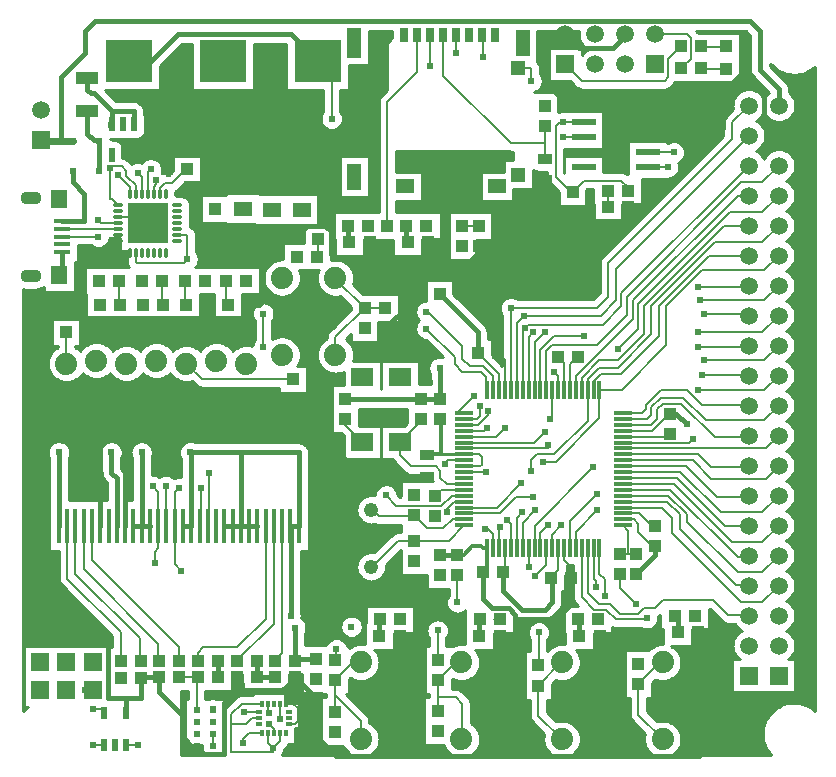
<source format=gbr>
%TF.GenerationSoftware,Novarm,DipTrace,3.2.0.1*%
%TF.CreationDate,2018-11-25T16:17:43-08:00*%
%FSLAX26Y26*%
%MOIN*%
%TF.FileFunction,Copper,L1,Top*%
%TF.Part,Single*%
%AMOUTLINE0*
4,1,4,
-0.035433,0.019685,
-0.035433,-0.019685,
0.035433,-0.019685,
0.035433,0.019685,
-0.035433,0.019685,
0*%
%AMOUTLINE1*
4,1,4,
0.026163,0.026163,
0.026205,-0.026121,
-0.026121,-0.026205,
-0.026163,0.026163,
0.026163,0.026163,
0*%
%AMOUTLINE2*
4,1,4,
-0.023622,0.015748,
-0.023622,-0.015748,
0.023622,-0.015748,
0.023622,0.015748,
-0.023622,0.015748,
0*%
%AMOUTLINE3*
4,1,4,
-0.010827,-0.023622,
0.010827,-0.023622,
0.010827,0.023622,
-0.010827,0.023622,
-0.010827,-0.023622,
0*%
%TA.AperFunction,Conductor*%
%ADD15C,0.007*%
%ADD16C,0.006*%
%ADD17C,0.015748*%
%ADD18C,0.008*%
%ADD19C,0.012*%
%ADD20C,0.011811*%
%ADD21C,0.01*%
%ADD22C,0.015*%
%ADD23C,0.023622*%
%ADD24R,0.15748X0.141732*%
%ADD26R,0.03937X0.043307*%
%ADD27R,0.043307X0.03937*%
%ADD28R,0.059055X0.051181*%
%ADD30R,0.023622X0.023622*%
%TA.AperFunction,ComponentPad*%
%ADD33R,0.059055X0.059055*%
%ADD34C,0.059055*%
%ADD36R,0.05315X0.015748*%
%ADD37R,0.055118X0.062992*%
%TA.AperFunction,ComponentPad*%
%ADD38O,0.070866X0.043307*%
%ADD39R,0.031496X0.048819*%
%ADD40R,0.045276X0.098425*%
%ADD41R,0.045276X0.086614*%
%ADD42R,0.059055X0.045276*%
%ADD43R,0.045669X0.047244*%
%ADD44R,0.045669X0.049213*%
%TA.AperFunction,ComponentPad*%
%ADD45C,0.074*%
%ADD48R,0.06X0.06*%
%ADD50R,0.062992X0.011811*%
%ADD51R,0.011811X0.062992*%
%ADD53O,0.033465X0.011811*%
%ADD54O,0.011811X0.033465*%
%ADD55R,0.137795X0.137795*%
%ADD56R,0.015748X0.11811*%
%ADD58R,0.023622X0.043307*%
%ADD60R,0.011811X0.019685*%
%ADD61R,0.019685X0.011811*%
%TA.AperFunction,ComponentPad*%
%ADD62R,0.05937X0.05937*%
%ADD63C,0.05937*%
%ADD64R,0.07874X0.023622*%
%ADD68R,0.074803X0.059055*%
%TA.AperFunction,ComponentPad*%
%ADD69C,0.048*%
%TA.AperFunction,ViaPad*%
%ADD70C,0.024*%
%ADD149OUTLINE0*%
%TA.AperFunction,ComponentPad*%
%ADD150OUTLINE1*%
%ADD151OUTLINE2*%
%ADD152OUTLINE3*%
%TA.AperFunction,CopperBalancing*%
%ADD153C,0.01*%
G75*
G01*
%LPD*%
X1280265Y593701D2*
D15*
Y543105D1*
X1281108Y543948D1*
X1399845Y678309D2*
Y676877D1*
X1399950Y676772D1*
X1894685Y1444340D2*
D16*
X2174950D1*
Y1456201D1*
X2680961Y1937551D2*
X2893802D1*
X2943701Y1987450D1*
X1894685Y1464025D2*
X2126525D1*
X2162452Y1499952D1*
X2674711Y1981297D2*
X2837547D1*
X2843701Y1987450D1*
X1007110Y681201D2*
D15*
X945460D1*
X1002314Y572369D2*
Y676404D1*
X1007110Y681201D1*
X2286418Y1111663D2*
Y947865D1*
X2328082Y906201D1*
X2368702D1*
X2399740Y875163D1*
X2499730D1*
X2502855Y878288D1*
X2306103Y1111663D2*
D16*
Y962551D1*
X2343496Y925158D1*
X2380992D1*
X2412239Y893911D1*
X2474732D1*
X2493481Y912659D1*
X2530977D1*
X2555974Y937656D1*
X2724706D1*
X2774701Y887662D1*
X2843490D1*
X2843701Y887450D1*
X2422244Y1385285D2*
D15*
Y1384326D1*
Y1385285D2*
D16*
X2633290D1*
X2737205Y1281370D1*
X2837621D1*
X2843701Y1287450D1*
X2422244Y1365600D2*
X2615479D1*
X2749704Y1231376D1*
X2887626D1*
X2943701Y1287450D1*
X2247047Y1111663D2*
Y1203670D1*
X2337247Y1293869D1*
X2687210Y1687578D2*
X2843574D1*
X2843701Y1687450D1*
X2422244Y1404970D2*
X2657351D1*
X2718457Y1343864D1*
X2900114D1*
X2943701Y1387450D1*
X2266732Y1111663D2*
Y1167110D1*
X2337247Y1237625D1*
X2674711Y1637583D2*
X2893834D1*
X2943701Y1687450D1*
X2168307Y1639222D2*
Y1768612D1*
X2187263Y1787567D1*
X2337247D1*
X2437236Y1887557D1*
Y1950050D1*
X2818446Y2331260D1*
X2887511D1*
X2943701Y2387450D1*
X938681Y2155882D2*
D15*
X971765D1*
Y2075037D1*
X959267Y2062538D1*
X803033D1*
X799908Y2065663D1*
Y2097805D1*
X800886Y2096827D1*
X970858Y2375912D2*
D3*
X800886Y2293677D2*
Y2320908D1*
X768701Y2353093D1*
Y2368717D1*
X753038Y2384379D1*
X718667D1*
X712452Y2378164D1*
Y2275016D1*
X721122D1*
X741831Y2254307D1*
X879626Y2293677D2*
Y2310988D1*
X896773Y2328135D1*
X921771D1*
X971765Y2378130D1*
Y2375005D1*
X554235Y2149952D2*
X674921D1*
Y2206273D2*
X684295Y2196899D1*
X743478D1*
X741831Y2195252D1*
X554235Y2175542D2*
X741831Y2175567D1*
X781201Y2293677D2*
Y2315596D1*
X740540Y2356257D1*
X1562452Y1846936D2*
Y1845523D1*
X2372525Y2304045D2*
D16*
Y2252236D1*
X2374743Y2250019D1*
X888710Y2003170D2*
D15*
Y1925053D1*
X891835Y1921928D1*
X741831Y2214937D2*
D16*
X820571D1*
X840256Y2195252D1*
X545377Y2275936D2*
D17*
X548502D1*
X837404Y2193774D2*
Y2196899D1*
X841903D1*
X840256Y2195252D1*
X1252987Y2240645D2*
D3*
X1352978D2*
D3*
X756299Y2524949D2*
D3*
X1091242Y2734324D2*
Y2709324D1*
X1205118Y1187454D2*
X1177559D1*
X1202621Y681201D2*
X1196826D1*
Y684326D1*
X1074879D2*
Y681201D1*
X1074040D1*
X1257591Y445436D2*
D15*
X1240895Y462131D1*
Y495276D1*
X1211368Y544488D2*
X1187908D1*
X1168372Y524952D1*
X1118625D1*
Y431460D1*
X1257591D1*
Y445436D1*
X1074040Y681201D2*
D17*
Y736957D1*
X1073772Y737225D1*
X1202536D2*
Y681286D1*
X1202621Y681201D1*
X1264138D1*
X1264370Y680969D1*
X1399950Y743701D2*
X1337776D1*
X1331299Y737225D1*
X1221210Y593701D2*
D15*
X1152755D1*
X1118625Y559571D1*
Y524952D1*
X1177559Y1187454D2*
D17*
X1150000D1*
X1122441D1*
X1094882D1*
X984646D2*
X971826D1*
X957087D1*
X846851D2*
X819292D1*
X791732D1*
X1796824Y1220521D2*
Y1214272D1*
X1728075Y1059658D2*
Y1070521D1*
X1315355Y1187454D2*
X1315576D1*
Y887450D1*
X1280265Y495276D2*
D15*
Y468110D1*
X1257591Y445436D1*
X681171Y1921928D2*
D17*
D3*
X824906D2*
D3*
X1787305Y1215752D2*
X1792055D1*
X1796824Y1220521D1*
X1331299Y737225D2*
Y846844D1*
X2422244Y1227805D2*
D16*
X2478347D1*
X2520526Y1185625D1*
X2531200D1*
X2207677Y1111663D2*
Y1037499D1*
X2182827Y1012649D1*
X2030512Y1111663D2*
Y1038475D1*
X2023294Y1031257D1*
D17*
Y970389D1*
X2087273Y906410D1*
X2162265D1*
X2187263Y931407D1*
Y1017084D1*
X2182827Y1012649D1*
X749696Y680526D2*
Y684326D1*
X1002314Y492841D2*
Y492840D1*
X787683Y2250181D2*
Y2247826D1*
X840256Y2195252D1*
X887452Y2249950D2*
Y2242448D1*
X840256Y2195252D1*
X554235Y2098771D2*
Y2032826D1*
X545377Y2023967D1*
X887310Y2143841D2*
Y2148198D1*
X840256Y2195252D1*
X545377Y2020030D2*
Y2023967D1*
X787683Y2143780D2*
X788784D1*
X840256Y2195252D1*
X1894685Y1404970D2*
D18*
X1842162D1*
X1831050Y1393858D1*
X1728075Y1290883D2*
Y1288756D1*
X1497617Y1608554D2*
D17*
X1747591D1*
X1749809Y1610772D1*
X1815427D1*
X1315355Y1187454D2*
X1342914D1*
X1062452Y2243701D2*
D3*
X1156201Y2243898D2*
Y2243701D1*
X984646Y1187454D2*
Y1431201D1*
X1150000D1*
X1343701D1*
Y1188242D1*
X819292Y1187454D2*
Y1431201D1*
X718701D2*
Y1362452D1*
X736614Y1344538D1*
Y1187454D1*
X731071Y456457D2*
D3*
X2422244Y1503395D2*
D16*
X2521776D1*
X2580971Y1562591D1*
Y1560777D1*
X2247047Y1639222D2*
Y1724179D1*
X2272940Y1750071D1*
X2010827Y1639222D2*
Y1690845D1*
X1939103Y1762570D1*
D17*
Y1831313D1*
X1812302Y1958113D1*
X1531082Y2799961D2*
Y2799009D1*
X1528181Y2796109D1*
X1912292Y2824958D2*
Y2821545D1*
X1911646Y2820899D1*
X2093523Y2793711D2*
X2093177D1*
X2090780Y2796109D1*
X2162265Y2587483D2*
Y2585670D1*
X1524832Y2343759D2*
Y2346697D1*
X1528181Y2350046D1*
X1693565Y2318761D2*
X1697261D1*
X1697473Y2318550D1*
X1999782D2*
X2003772D1*
X2074774Y2356257D2*
Y2356876D1*
X2293502Y2381255D2*
Y2381239D1*
X2023294Y1031257D2*
Y1029911D1*
X2530977Y1187630D2*
Y1185848D1*
X2531200Y1185625D1*
X1939103Y1762570D2*
D3*
X1815427Y1610772D2*
Y1709450D1*
X1812302Y1712575D1*
X2272940Y1750071D2*
X2274753D1*
X2580971Y1560777D2*
X2601533D1*
X2637215Y1525095D1*
X1150000Y1187454D2*
Y1431201D1*
X981201D2*
X984646D1*
X543701Y1187454D2*
Y1431201D1*
X1462339Y500202D2*
D3*
X1806053Y502016D2*
D3*
X2422244Y1345915D2*
D16*
X2603918D1*
X2762382Y1187450D1*
X2843701D1*
X1057432Y492841D2*
D15*
Y453078D1*
X1611960Y818701D2*
D17*
Y872772D1*
X1614137Y874949D1*
X1945293Y818701D2*
Y874722D1*
X1945521Y874950D1*
X2278625Y818701D2*
Y868883D1*
X2272559Y874949D1*
X2605709Y831201D2*
Y877263D1*
X2595523Y887449D1*
X2422244Y1286860D2*
D16*
X2575482D1*
X2637215Y1225126D1*
Y1200129D1*
X2805948Y1031397D1*
X2887647D1*
X2943701Y1087450D1*
X2325788Y1639222D2*
Y1669869D1*
X2349746Y1693827D1*
X2418488D1*
X2543475Y1818814D1*
Y1918803D1*
X2712122Y2087450D1*
X2843701D1*
X2089567Y1639222D2*
Y1839567D1*
X2097213Y1847213D1*
X2106310Y1856310D1*
X2355995D1*
X2418488Y1918803D1*
Y1962238D1*
X2843701Y2387450D1*
X1956201Y2749950D2*
Y2819651D1*
X1954953Y2820899D1*
X2293502Y2481239D2*
X2293496Y2481244D1*
X2224759D1*
X2422244Y1267175D2*
X2570170D1*
X2612218Y1225126D1*
Y1175131D1*
X2799698Y987651D1*
X2843500D1*
X2843701Y987450D1*
X2345473Y1639222D2*
X2420128D1*
X2568473Y1787567D1*
Y1918803D1*
X2687210Y2037541D1*
X2893792D1*
X2943701Y2087450D1*
X2345473Y1639222D2*
Y1545474D1*
X2199950Y1399952D1*
X2156201D1*
X1043701Y1362452D2*
Y1183517D1*
X1039764Y1187454D1*
X2069882Y1639222D2*
Y1863633D1*
X2093701Y1887452D1*
X2349641D1*
X2399740Y1937551D1*
Y2043490D1*
X2843701Y2487450D1*
X2574722Y2381255D2*
X2506116D1*
X2506100Y2381239D1*
X1781201Y2718701D2*
Y2820376D1*
X1781725Y2820899D1*
X693670Y562756D2*
Y575194D1*
X656173D1*
Y731428D2*
D3*
X1221210Y495276D2*
X1176192D1*
X1156121Y475205D1*
Y462706D1*
X568683Y637688D2*
D3*
X481192D2*
Y650187D1*
X1243612Y525200D2*
X1260580Y508231D1*
Y495276D1*
X1057432Y532605D2*
D3*
X631176Y637688D2*
X656173D1*
X653937Y1187454D2*
Y1070965D1*
X943701Y781201D1*
Y738533D1*
X945009Y737225D1*
X626378Y1187454D2*
Y1042273D1*
X874950Y793701D1*
Y740355D1*
X878080Y737225D1*
X818701Y743701D2*
D15*
Y739680D1*
X816246Y737225D1*
X598819Y1187454D2*
D16*
Y1026084D1*
X812452Y812452D1*
Y741019D1*
X816246Y737225D1*
X571260Y1187454D2*
Y1009891D1*
X749950Y831201D1*
Y737858D1*
X749316Y737225D1*
X1232677Y1187454D2*
D15*
Y876427D1*
X1137452Y781201D1*
X1024952D1*
X1006201Y762450D1*
Y737866D1*
X1006843Y737225D1*
X1287795Y1187454D2*
Y762794D1*
X1263298Y738297D1*
X1264370Y737225D1*
X1260236Y1187454D2*
Y860236D1*
X1131201Y731201D1*
Y741630D1*
X1135607Y737225D1*
X929528Y1187454D2*
D16*
X931145Y1189071D1*
Y1200129D1*
X929528Y1187454D2*
Y1057874D1*
X949950Y1037452D1*
X481192Y724961D2*
Y731428D1*
X929528Y1187454D2*
Y1298278D1*
X943701Y1312452D1*
X2131019Y1018898D2*
X2168307Y1056187D1*
Y1111663D1*
X2286418Y1639222D2*
Y1680494D1*
X2343496Y1737572D1*
X2405990D1*
X2493481Y1825063D1*
Y1918803D1*
X2762128Y2187450D1*
X2843701D1*
X1887625Y2105953D2*
Y2118873D1*
X2128937Y1639222D2*
Y1797984D1*
X2162265Y1831313D1*
X1887453Y2118701D2*
X1887625Y2118873D1*
X744975Y2003170D2*
D15*
Y1925053D1*
X748100Y1921928D1*
X820571Y2293677D2*
D16*
X818701D1*
X820571D2*
Y2348082D1*
X806201Y2362452D1*
X1031777Y2005626D2*
X1029320Y2003170D1*
X1768701Y1843701D2*
X1862450Y1749952D1*
Y1724953D1*
X1887452Y1699952D1*
X1949950D1*
X1968701Y1681201D1*
Y1641978D1*
X1971457Y1639222D1*
X840256Y2293677D2*
Y2365358D1*
X849903Y2375005D1*
X1168620Y2006282D2*
Y2004983D1*
X1166806Y2003170D1*
X1768557Y1900055D2*
X1774806D1*
X1887450Y1787411D1*
Y1743666D1*
X1912292Y1718824D1*
X1956037D1*
X1990576Y1684285D1*
Y1638656D1*
X1991142Y1639222D1*
X2422244Y1562450D2*
X2487091D1*
X2499730Y1575089D1*
Y1587588D1*
X2549725Y1637583D1*
X2637215D1*
X2687210Y1587588D1*
X2843563D1*
X2843701Y1587450D1*
X2422244Y1542765D2*
X2504902D1*
X2518478Y1556341D1*
Y1581339D1*
X2549725Y1612586D1*
X2624717D1*
X2699709Y1537593D1*
X2893844D1*
X2943701Y1587450D1*
X2422244Y1523080D2*
X2516463D1*
X2537226Y1543843D1*
Y1575089D1*
X2555974Y1593837D1*
X2618467D1*
X2730956Y1481349D1*
X2837600D1*
X2843701Y1487450D1*
X2422244Y1444340D2*
X2900591D1*
X2943701Y1487450D1*
X2422244Y1424655D2*
X2675162D1*
X2718457Y1381360D1*
X2837610D1*
X2843701Y1387450D1*
X2090398Y1112494D2*
D15*
X2089567Y1111663D1*
D16*
Y1196173D1*
X2131019Y1237625D1*
X2674711Y1781318D2*
X2837568D1*
X2843701Y1787450D1*
X2131019Y1109582D2*
D15*
X2128937Y1111663D1*
D16*
Y1185549D1*
X2324748Y1381360D1*
X2693460Y1737572D2*
X2893823D1*
X2943701Y1787450D1*
X1406307Y2143874D2*
D15*
Y2085121D1*
X1404638Y2083452D1*
X1749809Y1543843D2*
Y1534469D1*
X1681066Y1465726D1*
X1894685Y1326230D2*
X1836185D1*
X1815427Y1346988D1*
Y1368861D1*
X1799803Y1384484D1*
X1718562D1*
X1681066Y1421981D1*
Y1465726D1*
X1497617Y1541625D2*
Y1523191D1*
X1555082Y1465726D1*
X1894685Y1286860D2*
X1852163D1*
X1818551Y1253248D1*
X1668567D1*
X1634196Y1287620D1*
X1556079Y1465726D2*
X1555082D1*
X859941Y2293677D2*
X859277Y2294341D1*
Y2315637D1*
X868701Y2325061D1*
Y2340576D1*
X1224864Y1893788D2*
D16*
Y1781318D1*
X2465576Y924952D2*
D15*
X2412239Y978289D1*
Y1026961D1*
X962391Y2003170D2*
Y1925053D1*
X965516Y1921928D1*
X2530977Y2824969D2*
D16*
X2637205D1*
X2649714Y2812460D1*
Y2743717D1*
X2618467Y2712470D1*
X2207677Y1639222D2*
Y1685911D1*
X2193512Y1700076D1*
X2405990Y1775068D2*
X2474732Y1843811D1*
Y1925053D1*
X2780950Y2231271D1*
X2887521D1*
X2943701Y2287450D1*
X2768208Y2709334D2*
D15*
X2688533D1*
X2685397Y2712470D1*
X1701771Y2187452D2*
D17*
Y2135474D1*
X1705870Y2131374D1*
X2422244Y1306545D2*
D16*
X2580794D1*
X2805948Y1081391D1*
X2837642D1*
X2843701Y1087450D1*
X2306103Y1639222D2*
Y1675181D1*
X2343496Y1712575D1*
X2405990D1*
X2518478Y1825063D1*
Y1918803D1*
X2730956Y2131281D1*
X2887532D1*
X2943701Y2187450D1*
X1012205Y1187454D2*
X1018701D1*
Y1312450D1*
X2118701Y1368701D2*
Y1406201D1*
X2137452Y1424952D1*
X2193701D1*
X2306201Y1537452D1*
Y1639124D1*
X2306103Y1639222D1*
X2050197D2*
Y1912452D1*
X2337145D1*
X2374743Y1950050D1*
Y2062538D1*
X2787200Y2474995D1*
Y2530949D1*
X2843701Y2587450D1*
X2593470Y2431250D2*
X2506110D1*
X2506100Y2431239D1*
X1868546Y2762465D2*
Y2820691D1*
X1868339Y2820899D1*
X1894685Y1247490D2*
X2003398D1*
X2084149Y1328240D1*
X2693806Y1893806D2*
X2837345D1*
X2843701Y1887450D1*
X2345473Y1111663D2*
D15*
Y1026295D1*
X2362450Y1009318D1*
Y953076D1*
X1240895Y593701D2*
Y562696D1*
X1243612D1*
X1871067Y1022534D2*
Y931960D1*
X1871826Y931201D1*
X768473Y456457D2*
D16*
X806158D1*
X1002314Y532604D2*
D15*
Y532605D1*
X2162265Y2408376D2*
Y2462496D1*
Y2518740D1*
Y2462496D2*
X2049777D1*
X1825032Y2687242D1*
Y2820899D1*
X1506198Y2187452D2*
D17*
Y2137276D1*
X1512100Y2131374D1*
X1894685Y1227805D2*
D16*
X2014960D1*
X2068525Y1281370D1*
X2124769D1*
X2674711Y1831313D2*
X2887563D1*
X2943701Y1887450D1*
X2325788Y1111663D2*
D15*
X2327873Y1113748D1*
Y1009524D1*
X2334326Y1003071D1*
Y981201D1*
X1211368Y564173D2*
X1160723D1*
X1815427Y1022534D2*
X1814811D1*
X1057432Y572369D2*
X1056131D1*
Y575194D1*
X693670Y456457D2*
D16*
X656173D1*
X2422244Y1326230D2*
X2592356D1*
X2787200Y1131386D1*
X2887637D1*
X2943701Y1187450D1*
X2422244Y1247490D2*
X2552358D1*
X2587221Y1212628D1*
Y1162633D1*
X2818446Y931407D1*
X2887658D1*
X2943701Y987450D1*
X1464774Y672767D2*
D15*
X1522958Y730950D1*
X1549950D1*
X1462339Y567131D2*
D16*
Y623915D1*
Y670331D1*
X1464774Y672767D1*
X1549950Y474950D2*
Y536303D1*
X1462339Y623915D1*
X1885368Y730950D2*
D15*
X1866743D1*
X1808559Y672767D1*
X1806053Y568945D2*
D16*
Y615286D1*
Y670260D1*
X1808559Y672767D1*
X1806053Y615286D2*
X1865950D1*
X1887294Y593942D1*
Y476877D1*
X1885368Y474950D1*
X2220784Y730950D2*
D15*
X2218609D1*
X2141673Y654015D1*
D16*
Y554061D1*
X2220784Y474950D1*
X2187992Y1639222D2*
D15*
X2185624D1*
X2187992D2*
D16*
Y1550822D1*
X2181013Y1543843D1*
X2143517Y831418D2*
Y722788D1*
X2141673Y720944D1*
X2475170Y658054D2*
D15*
X2548066Y730950D1*
X2556201D1*
X2475170Y658054D2*
D16*
Y555982D1*
X2556201Y474950D1*
X2069882Y1111663D2*
Y1213984D1*
X2087273Y1231376D1*
X2474732Y725420D2*
X2475170Y724983D1*
X1894685Y1483710D2*
D15*
Y1484326D1*
Y1483710D2*
X1897432D1*
X1894685D2*
D16*
X2002143D1*
X2031029Y1512596D1*
X568701Y1727450D2*
Y1829481D1*
X566869Y1831313D1*
X1894685Y1542765D2*
D15*
X1908390D1*
X1894685D2*
X1936515D1*
X1946826Y1553076D1*
Y1587452D1*
X1894685Y1562450D2*
X1871826D1*
X1928076Y1618701D1*
X1324853Y1675079D2*
D16*
X1021072D1*
X968701Y1727450D1*
X1894685Y1523080D2*
D15*
Y1521826D1*
X1940269D1*
X1974950Y1556507D1*
Y1568700D1*
X1968847Y1512596D2*
X1959327Y1503076D1*
X1895004D1*
X1894685Y1503395D1*
X2266732Y1639222D2*
D16*
Y1685806D1*
X2455984Y1875058D1*
Y1937551D1*
X2805883Y2287450D1*
X2843701D1*
X2230977Y2724969D2*
X2287221Y2668725D1*
X2562223D1*
X2574722Y2681223D1*
Y2743717D1*
X2616250Y2785244D1*
X2768208Y2784334D2*
D15*
X2765323D1*
X2762202Y2781213D1*
X2680961D1*
Y2783026D1*
X2683179Y2785244D1*
X1099877Y2003170D2*
Y1928177D1*
X1106126Y1921928D1*
X1991142Y1111663D2*
Y1128995D1*
Y1111663D2*
D16*
Y1158774D1*
X1974785Y1175131D1*
X1962286D1*
X1468588Y775173D2*
Y743509D1*
X1464774Y739696D1*
X1808559D2*
X1806053Y742202D1*
Y837667D1*
X2012281Y1181381D2*
X2010827Y1179927D1*
Y1111663D1*
X776281Y2734324D2*
D17*
X849885D1*
X940519Y2824958D1*
X1315568D1*
X1406202Y2734324D1*
X1866849Y1267175D2*
D15*
X1894685D1*
X1860600D1*
X1837299Y1243874D1*
Y1231376D1*
X1453076Y2543701D2*
Y2687450D1*
X1406202Y2734324D1*
X2422244Y1483710D2*
D16*
X2572361D1*
X2580971Y1492320D1*
Y1493848D1*
X1971457Y1111663D2*
D19*
Y1046349D1*
X1956365Y1031257D1*
X2230977Y2824969D2*
D17*
X2277857Y2778088D1*
X2390366D1*
X2430977Y2818698D1*
Y2824969D1*
X1727950Y730950D2*
Y474950D1*
X2734201Y730950D2*
Y474950D1*
X2398784Y730950D2*
Y474950D1*
X2063368Y730950D2*
Y474950D1*
Y730950D2*
X2065400Y732983D1*
Y818701D1*
Y875163D1*
Y890786D1*
X2043528Y912659D1*
X1987284D1*
X1956037Y943906D1*
Y1030929D1*
X1956365Y1031257D1*
X2065400Y875163D2*
X2199761D1*
X2249756Y925158D1*
Y1012649D1*
X1727950Y628318D2*
Y730950D1*
X1956365Y1031257D2*
X1962146D1*
Y1025007D1*
X2422244Y1208120D2*
D16*
X2460532D1*
X2474950Y1193701D1*
Y1165576D1*
X2521831Y1118696D1*
X2531200D1*
X1336851Y2146402D2*
D17*
X1339378Y2143874D1*
X2249756Y1012649D2*
D16*
Y1050145D1*
X2227362Y1072538D1*
Y1111663D1*
X1135692Y681201D2*
D17*
Y638239D1*
X1288570D1*
X1299950Y649620D1*
X1331299Y680969D1*
X1309793Y524803D2*
D16*
X1330706D1*
X1340477Y534574D1*
Y578319D1*
X1325095Y593701D1*
X1299950D1*
D20*
Y611418D1*
D17*
Y649620D1*
X1814811Y1089463D2*
X1871067D1*
D19*
X1892242D1*
X1921666Y1118887D1*
X1950453D1*
X1957677Y1111663D1*
X1971457D1*
X2012222Y818701D2*
D17*
X2065400D1*
X1678889D2*
Y780012D1*
X1727950Y730950D1*
X2345554Y818701D2*
Y784180D1*
X2398784Y730950D1*
X2672638Y831201D2*
Y792513D1*
X2734201Y730950D1*
X1579029Y2131374D2*
X1624777D1*
X1637450Y2118701D1*
X1352978Y2315448D2*
X1252987D1*
X793701Y2422579D2*
Y2421876D1*
X903929D1*
Y2375912D1*
X1156201Y2318701D2*
X1115561D1*
X1093025Y2341236D1*
X1012386Y2421876D1*
X903929D1*
X1339378Y2143874D2*
Y2155179D1*
X1371650Y2187450D1*
X1412450D1*
Y2315448D1*
X1410550D1*
X1352978D1*
X741831Y2155882D2*
D20*
X743701D1*
Y2136197D1*
X741831D1*
X468701Y1737450D2*
D17*
Y1740689D1*
X440571Y1768819D1*
Y1878183D1*
X499940D1*
X611647D1*
X1032445D1*
X1173055D1*
Y1921928D1*
X611647Y1878183D2*
D21*
Y2037260D1*
X693088Y2118701D1*
X743701D1*
Y2134327D1*
X741831Y2136197D1*
X1032445Y1921928D2*
D17*
Y1878183D1*
X2835137Y2784334D2*
Y2709334D1*
Y2702029D1*
X2893439Y2643727D1*
Y2537713D1*
X2943701Y2487450D1*
X878530Y681201D2*
X817299D1*
X816625Y680526D1*
X1002314Y453078D2*
X984324D1*
X959326Y478076D1*
Y549952D1*
X878076Y631201D1*
Y680747D1*
X878530Y681201D1*
X1002314Y453078D2*
Y450713D1*
X1028076Y424950D1*
X1093701D1*
Y596248D1*
X1135692Y638239D1*
X1339378Y2143874D2*
X1299950D1*
X1224864Y2068788D1*
Y1948236D1*
Y1937551D1*
X1209240Y1921928D1*
X1173055D1*
X743701Y2118701D2*
D21*
Y2103076D1*
X749950Y2096827D1*
X781201D1*
X1252987Y2315448D2*
D17*
X1159454D1*
X1156201Y2318701D1*
X1062452Y2310630D2*
Y2310663D1*
X1093025Y2341236D1*
X2227362Y1639222D2*
D16*
Y1728719D1*
X2206011Y1750071D1*
X2030512Y1639222D2*
Y1738089D1*
X2006032Y1762570D1*
X2506100Y2531239D2*
D17*
Y2509945D1*
Y2499725D1*
Y2481239D1*
X2293502Y2431239D2*
X2380982D1*
X2455984Y2506242D1*
X2502397D1*
X2506100Y2509945D1*
X1391782Y1675079D2*
Y1808129D1*
X1256110Y1943801D1*
X1229299D1*
X1224864Y1948236D1*
X2006032Y1762570D2*
Y1893806D1*
X1874795Y2025042D1*
X1812302D1*
Y2076137D1*
Y2091872D1*
X1772799Y2131374D1*
X1943538Y2118782D2*
Y2100034D1*
X1868546Y2025042D1*
X1812302D1*
X2256201Y2233023D2*
Y2224826D1*
X2293502Y2187525D1*
X2412239D1*
X2443486Y2218772D1*
Y2248205D1*
X2441672Y2250019D1*
X2505979D1*
X2637215Y2381255D1*
Y2506242D1*
X2512617D1*
X2506100Y2499725D1*
X1943538Y2118782D2*
X2024780D1*
X2162265Y2256268D1*
Y2262225D1*
Y2337509D1*
X2256201Y2233023D2*
X2191467D1*
X2162265Y2262225D1*
X2637215Y2506242D2*
Y2511412D1*
X2835137Y2709334D1*
X2230977Y2824969D2*
X2218520D1*
X2162265Y2768714D1*
Y2668725D1*
X2218509Y2612481D1*
X2530977D1*
X2637215Y2506242D1*
X499940Y1831313D2*
Y1878183D1*
X1412450Y2187450D2*
X1431167D1*
X1449840Y2168777D1*
Y2093785D1*
X1468588Y2075037D1*
X1593786D1*
X1594886Y2076137D1*
X1637450Y2118701D1*
X1594886Y2076137D2*
X1812302D1*
X2531200Y1118696D2*
Y1089864D1*
X2468483Y1027147D1*
X2249756Y1012649D2*
D3*
X1771974Y1350042D2*
X1556150D1*
X1387347Y1518845D1*
Y1670643D1*
X1391782Y1675079D1*
X2580971Y1493848D2*
D3*
X2006032Y1762570D2*
D3*
X2206011Y1750071D2*
D3*
X1812302Y2025042D2*
X1762307D1*
X1706063Y1968798D1*
Y1920385D1*
X1631201Y1845523D1*
X1727950Y474950D2*
Y459452D1*
X1768701Y418701D1*
X2007118D1*
X2011605Y423188D1*
X2063368Y474950D1*
X2011605Y423188D2*
Y418701D1*
X2398784D1*
X2677952D1*
X2734201Y474950D1*
X2398784D2*
Y418701D1*
X1768701D2*
X1468701D1*
X1393701Y493701D1*
Y618567D1*
X1331299Y680969D1*
X816625Y680526D2*
D22*
Y612450D1*
D17*
X768662D1*
Y562756D1*
X768473D1*
X468701Y1737450D2*
X431201Y1699950D1*
Y1512452D1*
Y807274D1*
X706168D1*
Y612450D1*
X768662D1*
X764173Y1187454D2*
Y1512452D1*
X681496D1*
X431201D1*
X681496Y1187454D2*
Y1512452D1*
X1815427Y1543843D2*
D19*
X1818551D1*
Y1425105D1*
X1771974D1*
Y1420908D1*
X1894685Y1385285D2*
D18*
X1947463D1*
X1952912Y1390734D1*
Y1415731D1*
X1943538Y1425105D1*
X1895135D1*
X1894685Y1424655D1*
X1818551Y1425105D2*
D21*
X1894685Y1424655D1*
X676013Y2368756D2*
D17*
Y2468746D1*
Y2471870D1*
X659298D1*
X637425Y2493743D1*
Y2568735D1*
X676013Y2368756D2*
D3*
X821781Y2003170D2*
D3*
X793701Y2524949D2*
Y2568735D1*
X718898D1*
Y2524949D1*
X637425Y2678971D2*
Y2640603D1*
X649924Y2628104D1*
X659529D1*
X718898Y2568735D1*
X678046Y2003170D2*
D16*
D3*
X718667Y2521865D2*
Y2524718D1*
X718898Y2524949D1*
X484316Y2471870D2*
D23*
Y2468746D1*
X549935D1*
X589399D1*
X549935D2*
D17*
Y2681184D1*
X631201Y2762450D1*
Y2837450D1*
X662454Y2868704D1*
X2846568D1*
X2880940Y2834332D1*
Y2706221D1*
X2943701Y2643460D1*
Y2587450D1*
X554235Y2201133D2*
X628051D1*
D22*
Y2293764D1*
X589399Y2332416D1*
Y2368756D1*
X1584326Y1239954D2*
D15*
Y1243750D1*
X1609198Y1218877D1*
X1728075D1*
Y1221827D1*
X1728110D1*
X1771681Y1178256D1*
X1824801D1*
X1856047Y1209503D1*
X1893302D1*
X1894685Y1208120D1*
X1584326Y1049954D2*
Y1047145D1*
X1674631Y1137450D1*
X1728075D1*
X1843701D1*
X1894685Y1188435D1*
X2439454Y2304045D2*
D16*
Y2316698D1*
X2418701Y2337452D1*
X2293701D1*
X2256201Y2299952D1*
X2148622Y1639222D2*
Y1773622D1*
X2193814Y1818814D1*
X2293502D1*
X2224759Y2531239D2*
X2293502D1*
X2256201Y2299952D2*
X2249950D1*
X2199761Y2350141D1*
Y2518512D1*
X2212488Y2531239D1*
X2224759D1*
X1681066Y874949D2*
Y868914D1*
X2037278Y1206378D2*
X2050197Y1193460D1*
Y1111663D1*
X1993533Y875163D2*
D15*
X2012450D1*
Y874950D1*
D16*
Y868914D1*
X2174764Y1187630D2*
X2148622Y1161488D1*
Y1111663D1*
X2339488Y874949D2*
D15*
X2343701D1*
X2187992Y1111663D2*
D16*
Y1157113D1*
X2218509Y1187630D1*
X2337247Y868914D2*
X2345524D1*
X2339488Y874949D1*
X2422244Y1464025D2*
X2535802D1*
X2537226Y1462601D1*
X2643465D1*
X2655963Y1475100D1*
X2662213Y887662D2*
X2662239D1*
X2468483Y1094076D2*
D15*
X2440335D1*
X2412425D1*
X2412239Y1093890D1*
X2440335Y1094076D2*
Y1170344D1*
X2422244Y1188435D1*
X874410Y1187454D2*
D16*
Y1111910D1*
X862450Y1099950D1*
Y1062452D1*
X568456Y731201D2*
X568698D1*
X874410Y1187454D2*
Y1300492D1*
X856201Y1318701D1*
X2109252Y1050145D2*
Y1111663D1*
X1465450Y2012201D2*
D15*
Y2009453D1*
X1562452Y1912452D1*
X1631201D1*
X1465450Y1756201D2*
Y1815450D1*
X1562452Y1912452D1*
X1894685Y1306545D2*
X1815919D1*
X1796824Y1287450D1*
Y1281201D1*
X901969Y1187454D2*
D16*
Y1316795D1*
X899898Y1318866D1*
X1894685Y1365600D2*
D15*
X1965551D1*
X1337352Y2084411D2*
Y2083809D1*
X1637450Y2185630D2*
D3*
X1574960Y2187452D2*
X1573128D1*
X1637450Y2185630D2*
D16*
Y2599950D1*
X1737452Y2699952D1*
Y2819933D1*
X1738418Y2820899D1*
X2109252Y1639222D2*
Y1815795D1*
X2124769Y1831313D1*
X1887625Y2185802D2*
D15*
X1889274Y2187452D1*
X1768710D2*
D3*
X2075032Y2711462D2*
X2118520D1*
Y2668725D1*
X1943538Y2185711D2*
D16*
X1887715D1*
X1887625Y2185802D1*
D70*
X1281108Y543948D3*
X1399845Y678309D3*
X2174950Y1456201D3*
X2680961Y1937551D3*
X2162452Y1499952D3*
X2674711Y1981297D3*
X2502855Y878288D3*
X2337247Y1293869D3*
X2687210Y1687578D3*
X2337247Y1237625D3*
X2674711Y1637583D3*
X970858Y2375912D3*
X971765Y2075037D3*
X712452Y2378164D3*
X674921Y2149952D3*
Y2206273D3*
X740540Y2356257D3*
X1562452Y1846936D3*
X548502Y2275936D3*
X837404Y2193774D3*
X1252987Y2240645D3*
X1352978D3*
X756299Y2524949D3*
X1091242Y2709324D3*
X1196826Y684326D3*
X1074879D3*
X1257591Y445436D3*
X1196826Y684326D3*
X1257591Y445436D3*
X1796824Y1214272D3*
X1728075Y1059658D3*
X1315576Y887450D3*
X1257591Y445436D3*
X681171Y1921928D3*
X1315576Y887450D3*
X824906Y1921928D3*
X1331299Y846844D3*
X1196826Y684326D3*
X749696D3*
X1331299Y846844D3*
X1002314Y492840D3*
X787683Y2250181D3*
X887452Y2249950D3*
X887310Y2143841D3*
X548502Y2275936D3*
X545377Y2020030D3*
X787683Y2143780D3*
X1831050Y1393858D3*
X1728075Y1290883D3*
X1796824Y1214272D3*
X1062452Y2243701D3*
X1156201D3*
X1062452D3*
X1156201D3*
X1252987Y2240645D3*
X819292Y1431201D3*
X718701D3*
X731071Y456457D3*
X1002314Y492840D3*
X1531082Y2799961D3*
X1091242Y2709324D3*
X1912292Y2824958D3*
X2093523Y2793711D3*
X2162265Y2587483D3*
X1524832Y2343759D3*
X1693565Y2318761D3*
X2003772Y2318550D3*
X2074774Y2356257D3*
X2003772Y2318550D3*
X2293502Y2381255D3*
X2023294Y1029911D3*
X2530977Y1187630D3*
X2023294Y1029911D3*
X1939103Y1762570D3*
X1812302Y1712575D3*
X2274753Y1750071D3*
X1939103Y1762570D3*
X2637215Y1525095D3*
X2274753Y1750071D3*
X981201Y1431201D3*
X819292D3*
X543701D3*
X1462339Y500202D3*
X1806053Y502016D3*
X1956201Y2749950D3*
X2097213Y1847213D3*
X2224759Y2481244D3*
X2156201Y1399952D3*
X1043701Y1362452D3*
X2574722Y2381255D3*
X1781201Y2718701D3*
X2093701Y1887452D3*
X656173Y575194D3*
Y731428D3*
X1156121Y462706D3*
X568683Y637688D3*
X481192Y650187D3*
X1243612Y525200D3*
X1057432Y532605D3*
X631176Y637688D3*
X949950Y1037452D3*
X481192Y724961D3*
X943701Y1312452D3*
X2131019Y1018898D3*
X2162265Y1831313D3*
X1887453Y2118701D3*
X806201Y2362452D3*
X1031777Y2005626D3*
X1768701Y1843701D3*
X849903Y2375005D3*
X1168620Y2006282D3*
X1768557Y1900055D3*
X2131019Y1237625D3*
X2674711Y1781318D3*
X2324748Y1381360D3*
X2693460Y1737572D3*
X1634196Y1287620D3*
X1556079Y1465726D3*
X868701Y2340576D3*
X1224864Y1893788D3*
Y1781318D3*
X1518583Y850166D3*
X2465576Y924952D3*
X2193512Y1700076D3*
X2405990Y1775068D3*
X1018701Y1312450D3*
X2118701Y1368701D3*
X2593470Y2431250D3*
X1868546Y2762465D3*
X2050197Y1912452D3*
X2084149Y1328240D3*
X2693806Y1893806D3*
X2362450Y953076D3*
X1243612Y562696D3*
X2362450Y953076D3*
X1871826Y931201D3*
X806158Y456457D3*
X1002314Y532604D3*
X1243612Y562696D3*
X2124769Y1281370D3*
X2674711Y1831313D3*
X2334326Y981201D3*
X1160723Y564173D3*
X1815427Y1022534D3*
X2334326Y981201D3*
X1056131Y575194D3*
X1160723Y564173D3*
X656173Y456457D3*
X1056131Y575194D3*
X2181013Y1543843D3*
X2143517Y831418D3*
X2087273Y1231376D3*
X2474732Y725420D3*
X2031029Y1512596D3*
X1946826Y1587452D3*
X1928076Y1618701D3*
X1974950Y1568700D3*
X1968847Y1512596D3*
X1962286Y1175131D3*
X1468588Y775173D3*
X1806053Y837667D3*
X2012281Y1181381D3*
X1837299Y1231376D3*
X1453076Y2543701D3*
X2468483Y1027147D3*
X2249756Y1012649D3*
X2580971Y1493848D3*
X2468483Y1027147D3*
X2006032Y1762570D3*
X2206011Y1750071D3*
X676013Y2368756D3*
X821781Y2003170D3*
X678046D3*
X718667Y2521865D3*
X2293502Y1818814D3*
X2224759Y2531239D3*
D3*
X1681066Y868914D3*
X2037278Y1206378D3*
X2012450Y868914D3*
X2174764Y1187630D3*
X2218509D3*
X2337247Y868914D3*
X2655963Y1475100D3*
X2662213Y887662D3*
X862450Y1062452D3*
X568456Y731201D3*
X856201Y1318701D3*
X2109252Y1050145D3*
X1796824Y1281201D3*
X899898Y1318866D3*
X1965551Y1365600D3*
X1337352Y2084411D3*
X1637450Y2185630D3*
X1574960Y2187452D3*
X2124769Y1831313D3*
X1637450Y2185630D3*
X1889274Y2187452D3*
X1768710D3*
X2118520Y2668725D3*
X1889274Y2187452D3*
X1577210Y2835110D2*
D153*
X1652965D1*
X2139809D2*
X2275836D1*
X2668226D2*
X2832105D1*
X1577210Y2825242D2*
X1652965D1*
X2139809D2*
X2274898D1*
X2816253D2*
X2841969D1*
X1577210Y2815373D2*
X1652965D1*
X2139809D2*
X2275738D1*
X2816253D2*
X2846656D1*
X1577210Y2805504D2*
X1643902D1*
X2139809D2*
X2278453D1*
X2816253D2*
X2846656D1*
X1577210Y2795635D2*
X1636969D1*
X2139809D2*
X2283356D1*
X2816253D2*
X2846656D1*
X949378Y2785767D2*
X986109D1*
X1196390D2*
X1301070D1*
X1577210D2*
X1634566D1*
X2139809D2*
X2291285D1*
X2816253D2*
X2846656D1*
X939516Y2775898D2*
X986109D1*
X1196390D2*
X1301070D1*
X1577210D2*
X1634488D1*
X2139809D2*
X2174898D1*
X2287054D2*
X2304957D1*
X2816253D2*
X2846656D1*
X929652Y2766029D2*
X986109D1*
X1196390D2*
X1301070D1*
X1577210D2*
X1634488D1*
X2139809D2*
X2174898D1*
X2287054D2*
X2293257D1*
X2816253D2*
X2846656D1*
X919769Y2756160D2*
X986109D1*
X1196390D2*
X1301070D1*
X1577210D2*
X1634488D1*
X2139809D2*
X2174898D1*
X2816253D2*
X2846656D1*
X909906Y2746292D2*
X986109D1*
X1196390D2*
X1301070D1*
X1577210D2*
X1634488D1*
X2139809D2*
X2174898D1*
X2816253D2*
X2846656D1*
X900042Y2736423D2*
X986109D1*
X1196390D2*
X1301070D1*
X1577210D2*
X1634488D1*
X2139809D2*
X2174898D1*
X2816253D2*
X2846656D1*
X890180Y2726554D2*
X986109D1*
X1196390D2*
X1301070D1*
X1577210D2*
X1634488D1*
X2144164D2*
X2174898D1*
X2816253D2*
X2846656D1*
X881429Y2716685D2*
X986109D1*
X1196390D2*
X1301070D1*
X1511352D2*
X1634488D1*
X2147953D2*
X2174898D1*
X2816253D2*
X2846656D1*
X881429Y2706816D2*
X986109D1*
X1196390D2*
X1301070D1*
X1511352D2*
X1634488D1*
X2148421D2*
X2174898D1*
X2816253D2*
X2846656D1*
X2928402D2*
X2936364D1*
X3051038D2*
X3062692D1*
X881429Y2696948D2*
X986109D1*
X1196390D2*
X1301070D1*
X1511352D2*
X1634488D1*
X2148421D2*
X2174898D1*
X2816253D2*
X2847984D1*
X2938265D2*
X2955777D1*
X3031625D2*
X3062692D1*
X881429Y2687079D2*
X986109D1*
X1196390D2*
X1301070D1*
X1511352D2*
X1634488D1*
X2152113D2*
X2174898D1*
X2816253D2*
X2852730D1*
X2948129D2*
X3062692D1*
X881429Y2677210D2*
X986109D1*
X1196390D2*
X1301070D1*
X1511352D2*
X1634488D1*
X2155941D2*
X2174898D1*
X2816253D2*
X2861890D1*
X2958012D2*
X3062692D1*
X881429Y2667341D2*
X986109D1*
X1196390D2*
X1301070D1*
X1511352D2*
X1634488D1*
X2156898D2*
X2247437D1*
X2600492D2*
X2720152D1*
X2816253D2*
X2871753D1*
X2967874D2*
X3062692D1*
X881429Y2657473D2*
X986109D1*
X1196390D2*
X1301070D1*
X1511352D2*
X1634488D1*
X2155180D2*
X2257301D1*
X2592133D2*
X2881637D1*
X2974886D2*
X3062692D1*
X881429Y2647604D2*
X986109D1*
X1196390D2*
X1301070D1*
X1511352D2*
X1634488D1*
X2150394D2*
X2267242D1*
X2582210D2*
X2891500D1*
X2977718D2*
X3062692D1*
X697953Y2637735D2*
X1423180D1*
X1482973D2*
X1634078D1*
X2140453D2*
X2820601D1*
X2866801D2*
X2901364D1*
X2977973D2*
X3062692D1*
X707816Y2627866D2*
X1423180D1*
X1482973D2*
X1624196D1*
X2208344D2*
X2805504D1*
X2881898D2*
X2905504D1*
X2981898D2*
X3062692D1*
X717700Y2617998D2*
X1423180D1*
X1482973D2*
X1614528D1*
X2208344D2*
X2797046D1*
X2890356D2*
X2897062D1*
X2990356D2*
X3062692D1*
X727562Y2608129D2*
X1423180D1*
X1482973D2*
X1609253D1*
X2208344D2*
X2791813D1*
X2995589D2*
X3062692D1*
X810042Y2598260D2*
X1423180D1*
X1482973D2*
X1608042D1*
X2208344D2*
X2788844D1*
X2998558D2*
X3062692D1*
X821546Y2588391D2*
X1423180D1*
X1482973D2*
X1608042D1*
X2208344D2*
X2787789D1*
X2999613D2*
X3062692D1*
X826508Y2578523D2*
X1423180D1*
X1482973D2*
X1608042D1*
X2208344D2*
X2788512D1*
X2998890D2*
X3062692D1*
X827973Y2568654D2*
X1423180D1*
X1482973D2*
X1608042D1*
X2208344D2*
X2783746D1*
X2996313D2*
X3062692D1*
X828793Y2558785D2*
X1417848D1*
X1488305D2*
X1608042D1*
X2359281D2*
X2773864D1*
X2991546D2*
X3062692D1*
X830921Y2548916D2*
X1415034D1*
X1491117D2*
X1608042D1*
X2359281D2*
X2764214D1*
X2883852D2*
X2903550D1*
X2983852D2*
X3062692D1*
X830921Y2539047D2*
X1414977D1*
X1491196D2*
X1608042D1*
X2359281D2*
X2758981D1*
X2870668D2*
X2916734D1*
X2970668D2*
X3062692D1*
X830921Y2529179D2*
X1417613D1*
X1488538D2*
X1608042D1*
X2359281D2*
X2757809D1*
X2880414D2*
X3062692D1*
X830921Y2519310D2*
X1423726D1*
X1482425D2*
X1608042D1*
X2359281D2*
X2757809D1*
X2889437D2*
X3062692D1*
X830921Y2509441D2*
X1437066D1*
X1469086D2*
X1608042D1*
X2359281D2*
X2757809D1*
X2895042D2*
X3062692D1*
X830864Y2499572D2*
X1608042D1*
X2359281D2*
X2757809D1*
X2898265D2*
X3062692D1*
X828109Y2489704D2*
X1608042D1*
X2359281D2*
X2757809D1*
X2899574D2*
X3062692D1*
X819066Y2479835D2*
X1608042D1*
X2359281D2*
X2750874D1*
X2899105D2*
X3062692D1*
X739692Y2469966D2*
X1608042D1*
X2359281D2*
X2741012D1*
X2896781D2*
X3062692D1*
X751996Y2460097D2*
X1608042D1*
X2359281D2*
X2440328D1*
X2618265D2*
X2731129D1*
X2892328D2*
X3062692D1*
X755805Y2450229D2*
X1608042D1*
X2359281D2*
X2440328D1*
X2626702D2*
X2721265D1*
X2885101D2*
X3062692D1*
X756117Y2440360D2*
X1608042D1*
X2229164D2*
X2440328D1*
X2630746D2*
X2711402D1*
X2872973D2*
X2927945D1*
X2959457D2*
X3062692D1*
X756117Y2430491D2*
X1608042D1*
X1666860D2*
X2056969D1*
X2229164D2*
X2440328D1*
X2631860D2*
X2701538D1*
X2878832D2*
X2908570D1*
X2978832D2*
X3062692D1*
X756117Y2420622D2*
X922809D1*
X1018910D2*
X1608042D1*
X1666860D2*
X2056969D1*
X2229164D2*
X2440328D1*
X2630336D2*
X2691656D1*
X2888481D2*
X2898921D1*
X2988481D2*
X3062692D1*
X765864Y2410753D2*
X837906D1*
X861898D2*
X922809D1*
X1018910D2*
X1479137D1*
X1577210D2*
X1608042D1*
X1666860D2*
X2056969D1*
X2359281D2*
X2440328D1*
X2625746D2*
X2681793D1*
X2994437D2*
X3062692D1*
X778402Y2400885D2*
X821910D1*
X877894D2*
X922809D1*
X1018910D2*
X1479137D1*
X1577210D2*
X1608042D1*
X1666860D2*
X2025797D1*
X2359281D2*
X2440328D1*
X2616313D2*
X2671929D1*
X2997953D2*
X3062692D1*
X884710Y2391016D2*
X922809D1*
X1018910D2*
X1479137D1*
X1577210D2*
X1608042D1*
X1666860D2*
X2025797D1*
X2359281D2*
X2440328D1*
X2611820D2*
X2662066D1*
X2999516D2*
X3062692D1*
X887797Y2381147D2*
X922809D1*
X1018910D2*
X1479137D1*
X1577210D2*
X1608042D1*
X1666860D2*
X2025797D1*
X2359281D2*
X2440328D1*
X2613129D2*
X2652184D1*
X2999261D2*
X3062692D1*
X891058Y2371278D2*
X922809D1*
X1018910D2*
X1479137D1*
X1577210D2*
X1608042D1*
X1666860D2*
X2025797D1*
X2359281D2*
X2440328D1*
X2611761D2*
X2642320D1*
X2997192D2*
X3062692D1*
X900765Y2361410D2*
X913180D1*
X1018910D2*
X1479137D1*
X1577210D2*
X1608042D1*
X1753402D2*
X1947848D1*
X2124261D2*
X2170368D1*
X2434945D2*
X2440319D1*
X2607425D2*
X2632457D1*
X2993070D2*
X3062692D1*
X1018910Y2351541D2*
X1479137D1*
X1577210D2*
X1608042D1*
X1753402D2*
X1947848D1*
X2124261D2*
X2170368D1*
X2598441D2*
X2622574D1*
X2986273D2*
X3062692D1*
X1018910Y2341672D2*
X1479137D1*
X1577210D2*
X1608042D1*
X1753402D2*
X1947848D1*
X2124261D2*
X2171656D1*
X2487504D2*
X2612710D1*
X2975062D2*
X3062692D1*
X1018910Y2331803D2*
X1479137D1*
X1577210D2*
X1608042D1*
X1753402D2*
X1947848D1*
X2124261D2*
X2177066D1*
X2487504D2*
X2602848D1*
X2977093D2*
X3062692D1*
X957445Y2321935D2*
X1479137D1*
X1577210D2*
X1608042D1*
X1753402D2*
X1947848D1*
X2124261D2*
X2186813D1*
X2487504D2*
X2592984D1*
X2987445D2*
X3062692D1*
X947562Y2312066D2*
X1479137D1*
X1577210D2*
X1608042D1*
X1753402D2*
X1947848D1*
X2124261D2*
X2196676D1*
X2487504D2*
X2583101D1*
X2993813D2*
X3062692D1*
X935512Y2302197D2*
X1479137D1*
X1577210D2*
X1608042D1*
X1753402D2*
X1947848D1*
X2059692D2*
X2206538D1*
X2302289D2*
X2324469D1*
X2487504D2*
X2573238D1*
X2997621D2*
X3062692D1*
X931625Y2292328D2*
X1100269D1*
X1212133D2*
X1479137D1*
X1577210D2*
X1608042D1*
X1753402D2*
X1947848D1*
X2059692D2*
X2210113D1*
X2302289D2*
X2324469D1*
X2487504D2*
X2563374D1*
X2999418D2*
X3062692D1*
X964202Y2282460D2*
X1016364D1*
X1408910D2*
X1479137D1*
X1577210D2*
X1608042D1*
X1753402D2*
X1947848D1*
X2059692D2*
X2210113D1*
X2302289D2*
X2324469D1*
X2487504D2*
X2553492D1*
X2999398D2*
X3062692D1*
X975921Y2272591D2*
X1016364D1*
X1408910D2*
X1608042D1*
X1753402D2*
X1947848D1*
X2059692D2*
X2210113D1*
X2302289D2*
X2324469D1*
X2487504D2*
X2543629D1*
X2997582D2*
X3062692D1*
X980668Y2262722D2*
X1016364D1*
X1408910D2*
X1608042D1*
X1666860D2*
X2210113D1*
X2302289D2*
X2324469D1*
X2487504D2*
X2533765D1*
X2993753D2*
X3062692D1*
X981781Y2252853D2*
X1016364D1*
X1408910D2*
X1608042D1*
X1666860D2*
X2326696D1*
X2422797D2*
X2523902D1*
X2987368D2*
X3062692D1*
X980668Y2242984D2*
X1016364D1*
X1408910D2*
X1608042D1*
X1666860D2*
X2326696D1*
X2422797D2*
X2514020D1*
X2976957D2*
X3062692D1*
X981781Y2233116D2*
X1016364D1*
X1408910D2*
X1608042D1*
X1666860D2*
X2326696D1*
X2422797D2*
X2504156D1*
X2975218D2*
X3062692D1*
X980688Y2223247D2*
X1016364D1*
X1408910D2*
X1458141D1*
X1816761D2*
X1841538D1*
X1989633D2*
X2326696D1*
X2422797D2*
X2494293D1*
X2986370D2*
X3062692D1*
X981781Y2213378D2*
X1016364D1*
X1408910D2*
X1458141D1*
X1816761D2*
X1841538D1*
X1989633D2*
X2326696D1*
X2422797D2*
X2484410D1*
X2993129D2*
X3062692D1*
X980706Y2203509D2*
X1016364D1*
X1408910D2*
X1458141D1*
X1816761D2*
X1841538D1*
X1989633D2*
X2474546D1*
X2997230D2*
X3062692D1*
X981781Y2193641D2*
X1100269D1*
X1408910D2*
X1458141D1*
X1816761D2*
X1841538D1*
X1989633D2*
X2464684D1*
X2999281D2*
X3062692D1*
X980726Y2183772D2*
X1358257D1*
X1816761D2*
X1841538D1*
X1989633D2*
X2454820D1*
X2999496D2*
X3062692D1*
X995356Y2173903D2*
X1358257D1*
X1816761D2*
X1841538D1*
X1989633D2*
X2444937D1*
X2997933D2*
X3062692D1*
X1000492Y2164034D2*
X1358257D1*
X1816761D2*
X1841538D1*
X1989633D2*
X2435074D1*
X2994378D2*
X3062692D1*
X1001664Y2154166D2*
X1358257D1*
X1816761D2*
X1841538D1*
X1989633D2*
X2425210D1*
X2988402D2*
X3062692D1*
X712894Y2144297D2*
X728512D1*
X1001664D2*
X1358257D1*
X1816761D2*
X1841538D1*
X1989633D2*
X2415348D1*
X2978676D2*
X3062692D1*
X709945Y2134428D2*
X744957D1*
X1001664D2*
X1358257D1*
X1454360D2*
X1464038D1*
X1560160D2*
X1657809D1*
X1753929D2*
X1841538D1*
X1933714D2*
X2405465D1*
X2973168D2*
X3062692D1*
X703382Y2124559D2*
X744957D1*
X1001664D2*
X1289664D1*
X1454360D2*
X1464038D1*
X1560160D2*
X1657809D1*
X1753929D2*
X1841538D1*
X1933714D2*
X2395601D1*
X2985200D2*
X3062692D1*
X607210Y2114691D2*
X661461D1*
X688382D2*
X744957D1*
X1001664D2*
X1289664D1*
X1454360D2*
X1464038D1*
X1560160D2*
X1657809D1*
X1753929D2*
X1841538D1*
X1933714D2*
X2385738D1*
X2992406D2*
X3062692D1*
X607210Y2104822D2*
X744957D1*
X1001664D2*
X1289664D1*
X1454360D2*
X1464038D1*
X1560160D2*
X1657809D1*
X1753929D2*
X1841538D1*
X1933714D2*
X2375856D1*
X2996801D2*
X3062692D1*
X607210Y2094953D2*
X768589D1*
X1004418D2*
X1289664D1*
X1452700D2*
X1464038D1*
X1560160D2*
X1657809D1*
X1753929D2*
X1841538D1*
X1933714D2*
X2365992D1*
X2999105D2*
X3062692D1*
X607210Y2085084D2*
X768589D1*
X1008793D2*
X1289664D1*
X1452700D2*
X1841538D1*
X1933714D2*
X2356129D1*
X2999574D2*
X3062692D1*
X607210Y2075215D2*
X770016D1*
X1010160D2*
X1289664D1*
X1452700D2*
X1841538D1*
X1933714D2*
X2348336D1*
X2998246D2*
X3062692D1*
X599340Y2065347D2*
X770016D1*
X1008890D2*
X1253746D1*
X1499145D2*
X2345484D1*
X2994984D2*
X3062692D1*
X599340Y2055478D2*
X771870D1*
X1004652D2*
X1241500D1*
X1511410D2*
X2345348D1*
X2989360D2*
X3062692D1*
X599340Y2045609D2*
X629996D1*
X1214868D2*
X1233746D1*
X1519145D2*
X2345348D1*
X2980277D2*
X3062692D1*
X599340Y2035740D2*
X629996D1*
X1214868D2*
X1228668D1*
X1346234D2*
X1406656D1*
X1524242D2*
X2345348D1*
X2970882D2*
X3062692D1*
X599340Y2025872D2*
X629996D1*
X1214868D2*
X1225562D1*
X1349340D2*
X1403570D1*
X1527328D2*
X2345348D1*
X2983949D2*
X3062692D1*
X599340Y2016003D2*
X629996D1*
X1214868D2*
X1224176D1*
X1350726D2*
X1402164D1*
X1528734D2*
X2345348D1*
X2991625D2*
X3062692D1*
X599340Y2006134D2*
X629996D1*
X1214868D2*
X1224352D1*
X1350550D2*
X1402340D1*
X1528558D2*
X2345348D1*
X2996352D2*
X3062692D1*
X599340Y1996265D2*
X629996D1*
X1214868D2*
X1226129D1*
X1348773D2*
X1404117D1*
X1526781D2*
X1766226D1*
X1858382D2*
X2345348D1*
X2998910D2*
X3062692D1*
X599340Y1986397D2*
X629996D1*
X1214868D2*
X1229645D1*
X1345257D2*
X1407633D1*
X1530374D2*
X1766226D1*
X1858382D2*
X2345348D1*
X2999613D2*
X3062692D1*
X481702Y1976528D2*
X491421D1*
X599340D2*
X629996D1*
X1214868D2*
X1235250D1*
X1339652D2*
X1413257D1*
X1540238D2*
X1766226D1*
X1858382D2*
X2345348D1*
X2998538D2*
X3062692D1*
X424710Y1966659D2*
X629996D1*
X1214868D2*
X1243785D1*
X1331117D2*
X1421793D1*
X1550121D2*
X1766226D1*
X1858382D2*
X2345348D1*
X2995550D2*
X3062692D1*
X424710Y1956790D2*
X633121D1*
X1013578D2*
X1058082D1*
X1154184D2*
X1257750D1*
X1317152D2*
X1435757D1*
X1677289D2*
X1766226D1*
X1861684D2*
X2340328D1*
X2990277D2*
X3062692D1*
X424710Y1946921D2*
X633121D1*
X1013578D2*
X1058082D1*
X1154184D2*
X1486109D1*
X1677289D2*
X1766226D1*
X1871546D2*
X2034684D1*
X2065706D2*
X2330445D1*
X2981781D2*
X3062692D1*
X424710Y1937053D2*
X633121D1*
X1013578D2*
X1058082D1*
X1154184D2*
X1495973D1*
X1677289D2*
X1762086D1*
X1881410D2*
X2021032D1*
X2968285D2*
X3062692D1*
X424710Y1927184D2*
X633121D1*
X1013578D2*
X1058082D1*
X1154184D2*
X1207028D1*
X1242700D2*
X1505856D1*
X1677289D2*
X1741813D1*
X1891293D2*
X2014820D1*
X2982621D2*
X3062692D1*
X424710Y1917315D2*
X633121D1*
X1013578D2*
X1058082D1*
X1154184D2*
X1194801D1*
X1254945D2*
X1515718D1*
X1677289D2*
X1734370D1*
X1901156D2*
X2012105D1*
X2990805D2*
X3062692D1*
X424710Y1907446D2*
X633121D1*
X1013578D2*
X1058082D1*
X1154184D2*
X1189038D1*
X1260688D2*
X1515582D1*
X1677289D2*
X1730894D1*
X1911020D2*
X2012125D1*
X2995864D2*
X3062692D1*
X424710Y1897578D2*
X633121D1*
X1013578D2*
X1058082D1*
X1154184D2*
X1186656D1*
X1263070D2*
X1505700D1*
X1677289D2*
X1730230D1*
X1920902D2*
X2014878D1*
X2998696D2*
X3062692D1*
X424710Y1887709D2*
X633121D1*
X1013578D2*
X1058082D1*
X1154184D2*
X1186969D1*
X1262757D2*
X1495836D1*
X1677289D2*
X1732261D1*
X1930765D2*
X2020797D1*
X2999633D2*
X3062692D1*
X424710Y1877840D2*
X633121D1*
X1013578D2*
X1058082D1*
X1154184D2*
X1190034D1*
X1259692D2*
X1485973D1*
X1677289D2*
X1737477D1*
X1940629D2*
X2020797D1*
X2998773D2*
X3062692D1*
X424710Y1867971D2*
X518824D1*
X614925D2*
X1195465D1*
X1254261D2*
X1476109D1*
X1677289D2*
X1739253D1*
X1950492D2*
X2020797D1*
X2996058D2*
X3062692D1*
X424710Y1858103D2*
X518824D1*
X614925D2*
X1195465D1*
X1254261D2*
X1466226D1*
X1608538D2*
X1733180D1*
X1960374D2*
X2020797D1*
X2991137D2*
X3062692D1*
X424710Y1848234D2*
X518824D1*
X614925D2*
X1195465D1*
X1254261D2*
X1456364D1*
X1608538D2*
X1730582D1*
X1968753D2*
X2020797D1*
X2983168D2*
X3062692D1*
X424710Y1838365D2*
X518824D1*
X614925D2*
X1195465D1*
X1254261D2*
X1446500D1*
X1608538D2*
X1730680D1*
X1972621D2*
X2020797D1*
X2969360D2*
X3062692D1*
X424710Y1828496D2*
X518824D1*
X614925D2*
X1195465D1*
X1254261D2*
X1438668D1*
X1608538D2*
X1733532D1*
X1973382D2*
X2020797D1*
X2981196D2*
X3062692D1*
X424710Y1818628D2*
X518824D1*
X614925D2*
X1195465D1*
X1254261D2*
X1435718D1*
X1510492D2*
X1516352D1*
X1608538D2*
X1739957D1*
X1973382D2*
X2020797D1*
X2989925D2*
X3062692D1*
X424710Y1808759D2*
X518824D1*
X614925D2*
X1195465D1*
X1322093D2*
X1430816D1*
X1500629D2*
X1516364D1*
X1608538D2*
X1754370D1*
X1973382D2*
X2020797D1*
X2995336D2*
X3062692D1*
X424710Y1798890D2*
X518824D1*
X614925D2*
X656793D1*
X680609D2*
X856793D1*
X880609D2*
X1056793D1*
X1080609D2*
X1190856D1*
X1333969D2*
X1418941D1*
X1608538D2*
X1772340D1*
X1987152D2*
X2020797D1*
X2998421D2*
X3062692D1*
X424710Y1789021D2*
X518824D1*
X614925D2*
X632574D1*
X704828D2*
X757554D1*
X779848D2*
X832574D1*
X904828D2*
X957554D1*
X979848D2*
X1032574D1*
X1104828D2*
X1157554D1*
X1179848D2*
X1187259D1*
X1341528D2*
X1411382D1*
X1519516D2*
X1782222D1*
X1987152D2*
X2020797D1*
X2999613D2*
X3062692D1*
X424710Y1779152D2*
X532769D1*
X604633D2*
X621285D1*
X716117D2*
X732769D1*
X804633D2*
X821285D1*
X916117D2*
X932769D1*
X1004633D2*
X1021285D1*
X1116117D2*
X1132769D1*
X1346469D2*
X1406421D1*
X1524477D2*
X1792086D1*
X1987152D2*
X2020797D1*
X2999008D2*
X3062692D1*
X424710Y1769284D2*
X521402D1*
X1349457D2*
X1403433D1*
X1527465D2*
X1801949D1*
X1987152D2*
X2020797D1*
X2996546D2*
X3062692D1*
X424710Y1759415D2*
X514117D1*
X1350765D2*
X1402125D1*
X1528773D2*
X1811832D1*
X1987152D2*
X2020797D1*
X2991937D2*
X3062692D1*
X424710Y1749546D2*
X509352D1*
X1350492D2*
X1402398D1*
X1528500D2*
X1805660D1*
X1993285D2*
X2020797D1*
X2984457D2*
X3062692D1*
X424710Y1739677D2*
X506520D1*
X1348617D2*
X1404273D1*
X1526625D2*
X1785524D1*
X2003168D2*
X2020797D1*
X2971801D2*
X3062692D1*
X424710Y1729809D2*
X505348D1*
X1345004D2*
X1407906D1*
X1744868D2*
X1778101D1*
X2013032D2*
X2020797D1*
X2979672D2*
X3062692D1*
X424710Y1719940D2*
X505757D1*
X1372914D2*
X1413668D1*
X1744868D2*
X1774625D1*
X2988988D2*
X3062692D1*
X424710Y1710071D2*
X507769D1*
X1372914D2*
X1422437D1*
X1744868D2*
X1773981D1*
X2994750D2*
X3062692D1*
X424710Y1700202D2*
X511558D1*
X1372914D2*
X1436929D1*
X1744868D2*
X1776012D1*
X2998129D2*
X3062692D1*
X424710Y1690334D2*
X517534D1*
X619868D2*
X626798D1*
X710609D2*
X717541D1*
X819868D2*
X826798D1*
X910609D2*
X917541D1*
X1372914D2*
X1491285D1*
X1744868D2*
X1781149D1*
X2999554D2*
X3062692D1*
X424710Y1680465D2*
X526637D1*
X610765D2*
X642281D1*
X695121D2*
X726637D1*
X810765D2*
X842281D1*
X895121D2*
X926637D1*
X1372914D2*
X1491285D1*
X1744868D2*
X1781149D1*
X2999184D2*
X3062692D1*
X424710Y1670596D2*
X541988D1*
X595414D2*
X741988D1*
X795414D2*
X941988D1*
X1372914D2*
X1491285D1*
X1744868D2*
X1781149D1*
X2996977D2*
X3062692D1*
X424710Y1660727D2*
X994253D1*
X1372914D2*
X1491285D1*
X1744868D2*
X1781149D1*
X2992700D2*
X3062692D1*
X424710Y1650858D2*
X1005250D1*
X1372914D2*
X1451538D1*
X2985668D2*
X3062692D1*
X424710Y1640990D2*
X1276793D1*
X1372914D2*
X1451538D1*
X2974008D2*
X3062692D1*
X424710Y1631121D2*
X1276793D1*
X1372914D2*
X1451538D1*
X2978012D2*
X3062692D1*
X424710Y1621252D2*
X1451538D1*
X2987992D2*
X3062692D1*
X424710Y1611383D2*
X1451538D1*
X2994145D2*
X3062692D1*
X424710Y1601515D2*
X1451538D1*
X2997797D2*
X3062692D1*
X424710Y1591646D2*
X1451538D1*
X2999477D2*
X3062692D1*
X424710Y1581777D2*
X1451538D1*
X2999340D2*
X3062692D1*
X424710Y1571908D2*
X1451538D1*
X1543696D2*
X1703726D1*
X2997386D2*
X3062692D1*
X424710Y1562040D2*
X1451538D1*
X1543696D2*
X1703726D1*
X2993402D2*
X3062692D1*
X424710Y1552171D2*
X1451538D1*
X1543696D2*
X1703726D1*
X2986801D2*
X3062692D1*
X424710Y1542302D2*
X1451538D1*
X1543696D2*
X1703726D1*
X2975981D2*
X3062692D1*
X424710Y1532433D2*
X1451538D1*
X1543696D2*
X1703726D1*
X2976214D2*
X3062692D1*
X424710Y1522565D2*
X1451538D1*
X1543696D2*
X1696032D1*
X2986937D2*
X3062692D1*
X424710Y1512696D2*
X1451538D1*
X2993481D2*
X3062692D1*
X424710Y1502827D2*
X1451538D1*
X2997425D2*
X3062692D1*
X424710Y1492958D2*
X1485973D1*
X2999360D2*
X3062692D1*
X424710Y1483089D2*
X1491285D1*
X2999457D2*
X3062692D1*
X424710Y1473221D2*
X1491285D1*
X2997757D2*
X3062692D1*
X424710Y1463352D2*
X523589D1*
X563813D2*
X698589D1*
X738813D2*
X799176D1*
X839398D2*
X961089D1*
X1353265D2*
X1491285D1*
X2994066D2*
X3062692D1*
X424710Y1453483D2*
X512672D1*
X574730D2*
X687672D1*
X749730D2*
X788257D1*
X850336D2*
X950172D1*
X1369418D2*
X1491285D1*
X2987874D2*
X3062692D1*
X424710Y1443614D2*
X507418D1*
X579984D2*
X682418D1*
X754984D2*
X783004D1*
X855570D2*
X944918D1*
X1375570D2*
X1491285D1*
X2977797D2*
X3062692D1*
X424710Y1433746D2*
X505386D1*
X582016D2*
X680386D1*
X757016D2*
X780973D1*
X857601D2*
X942886D1*
X1377874D2*
X1491285D1*
X2974261D2*
X3062692D1*
X424710Y1423877D2*
X506032D1*
X581370D2*
X681032D1*
X756370D2*
X781617D1*
X856977D2*
X943532D1*
X1377973D2*
X1491285D1*
X2985805D2*
X3062692D1*
X424710Y1414008D2*
X509429D1*
X577973D2*
X684429D1*
X752973D2*
X785016D1*
X853558D2*
X946988D1*
X1377973D2*
X1491285D1*
X2992777D2*
X3062692D1*
X424710Y1404139D2*
X509429D1*
X577973D2*
X684429D1*
X752973D2*
X785016D1*
X853558D2*
X950368D1*
X1377973D2*
X1657340D1*
X2997034D2*
X3062692D1*
X424710Y1394271D2*
X509429D1*
X577973D2*
X684429D1*
X752973D2*
X785016D1*
X853558D2*
X950368D1*
X1377973D2*
X1666910D1*
X2999202D2*
X3062692D1*
X424710Y1384402D2*
X509429D1*
X577973D2*
X684429D1*
X752973D2*
X785016D1*
X853558D2*
X950368D1*
X1377973D2*
X1676773D1*
X2999534D2*
X3062692D1*
X424710Y1374533D2*
X509429D1*
X577973D2*
X684429D1*
X754672D2*
X785016D1*
X853558D2*
X950368D1*
X1377973D2*
X1686637D1*
X2998089D2*
X3062692D1*
X424710Y1364664D2*
X509429D1*
X577973D2*
X684429D1*
X764105D2*
X785016D1*
X853558D2*
X950368D1*
X1377973D2*
X1696520D1*
X2994672D2*
X3062692D1*
X424710Y1354795D2*
X509429D1*
X577973D2*
X685328D1*
X769261D2*
X785016D1*
X866996D2*
X888512D1*
X911293D2*
X950368D1*
X1377973D2*
X1785524D1*
X2988870D2*
X3062692D1*
X424710Y1344927D2*
X509429D1*
X577973D2*
X689410D1*
X770882D2*
X785016D1*
X1377973D2*
X1785601D1*
X2979477D2*
X3062692D1*
X424710Y1335058D2*
X509429D1*
X577973D2*
X698042D1*
X770882D2*
X785016D1*
X1377973D2*
X1681988D1*
X1774164D2*
X1788101D1*
X2972093D2*
X3062692D1*
X424710Y1325189D2*
X509429D1*
X577973D2*
X702340D1*
X770882D2*
X785016D1*
X1377973D2*
X1681988D1*
X2984613D2*
X3062692D1*
X424710Y1315320D2*
X509429D1*
X577973D2*
X702340D1*
X770882D2*
X785016D1*
X1377973D2*
X1608062D1*
X1660316D2*
X1681988D1*
X2992034D2*
X3062692D1*
X424710Y1305452D2*
X509429D1*
X577973D2*
X702340D1*
X770882D2*
X785016D1*
X1377973D2*
X1600328D1*
X1668070D2*
X1681988D1*
X2996586D2*
X3062692D1*
X424710Y1295583D2*
X509429D1*
X577973D2*
X702340D1*
X770882D2*
X785016D1*
X1377973D2*
X1596656D1*
X1671742D2*
X1681988D1*
X2999028D2*
X3062692D1*
X424710Y1285714D2*
X509429D1*
X577973D2*
X702340D1*
X770882D2*
X785016D1*
X1377973D2*
X1564722D1*
X2999593D2*
X3062692D1*
X424710Y1275845D2*
X509429D1*
X577973D2*
X702340D1*
X770882D2*
X785016D1*
X1377973D2*
X1549390D1*
X2998382D2*
X3062692D1*
X424710Y1265977D2*
X509429D1*
X1377973D2*
X1541344D1*
X2995257D2*
X3062692D1*
X424710Y1256108D2*
X509429D1*
X1377973D2*
X1536637D1*
X2989809D2*
X3062692D1*
X424710Y1246239D2*
X509429D1*
X1377973D2*
X1534332D1*
X2981020D2*
X3062692D1*
X424710Y1236370D2*
X509429D1*
X1377973D2*
X1534058D1*
X2969672D2*
X3062692D1*
X424710Y1226502D2*
X509429D1*
X1377973D2*
X1535797D1*
X2983324D2*
X3062692D1*
X424710Y1216633D2*
X509429D1*
X1377973D2*
X1539781D1*
X2991234D2*
X3062692D1*
X424710Y1206764D2*
X509429D1*
X1377973D2*
X1546734D1*
X2996117D2*
X3062692D1*
X424710Y1196895D2*
X509429D1*
X1377973D2*
X1559117D1*
X2998813D2*
X3062692D1*
X424710Y1187026D2*
X509429D1*
X1377953D2*
X1681988D1*
X2999633D2*
X3062692D1*
X424710Y1177158D2*
X509429D1*
X1377192D2*
X1681988D1*
X2998656D2*
X3062692D1*
X424710Y1167289D2*
X509429D1*
X1377192D2*
X1681988D1*
X2995785D2*
X3062692D1*
X424710Y1157420D2*
X509429D1*
X1377192D2*
X1652730D1*
X2990688D2*
X3062692D1*
X424710Y1147551D2*
X509429D1*
X1377192D2*
X1642868D1*
X2982445D2*
X3062692D1*
X424710Y1137683D2*
X509429D1*
X1377192D2*
X1632984D1*
X2967953D2*
X3062692D1*
X424710Y1127814D2*
X509429D1*
X1377192D2*
X1623121D1*
X2981957D2*
X3062692D1*
X424710Y1117945D2*
X509429D1*
X1377192D2*
X1613257D1*
X2990394D2*
X3062692D1*
X424710Y1108076D2*
X509429D1*
X1377192D2*
X1603394D1*
X2995609D2*
X3062692D1*
X424710Y1098208D2*
X541852D1*
X1349848D2*
X1572750D1*
X2998558D2*
X3062692D1*
X424710Y1088339D2*
X541852D1*
X1349848D2*
X1552222D1*
X1667386D2*
X1681988D1*
X2999613D2*
X3062692D1*
X424710Y1078470D2*
X541852D1*
X1349848D2*
X1542984D1*
X1657524D2*
X1681988D1*
X2998890D2*
X3062692D1*
X424710Y1068601D2*
X541852D1*
X1349848D2*
X1537574D1*
X1647660D2*
X1681988D1*
X2996293D2*
X3062692D1*
X424710Y1058732D2*
X541852D1*
X1349848D2*
X1534702D1*
X1637777D2*
X1681988D1*
X2991528D2*
X3062692D1*
X424710Y1048864D2*
X541852D1*
X1349848D2*
X1533941D1*
X1634710D2*
X1681988D1*
X2237074D2*
X2256520D1*
X2983793D2*
X3062692D1*
X424710Y1038995D2*
X541852D1*
X1349848D2*
X1535152D1*
X1633500D2*
X1681988D1*
X2237074D2*
X2256520D1*
X2970570D2*
X3062692D1*
X424710Y1029126D2*
X541852D1*
X1349848D2*
X1538532D1*
X1630121D2*
X1681988D1*
X2235824D2*
X2256520D1*
X2980473D2*
X3062692D1*
X424710Y1019257D2*
X541852D1*
X1349848D2*
X1544625D1*
X1624028D2*
X1768726D1*
X2230882D2*
X2256520D1*
X2989477D2*
X3062692D1*
X424710Y1009389D2*
X541870D1*
X1349848D2*
X1555133D1*
X1613520D2*
X1768726D1*
X2230882D2*
X2256520D1*
X2995062D2*
X3062692D1*
X424710Y999520D2*
X543824D1*
X1349848D2*
X1768726D1*
X2230882D2*
X2256520D1*
X2998285D2*
X3062692D1*
X424710Y989651D2*
X550328D1*
X1349848D2*
X1768726D1*
X2230882D2*
X2256520D1*
X2999593D2*
X3062692D1*
X424710Y979782D2*
X560210D1*
X1349848D2*
X1768726D1*
X2230882D2*
X2256520D1*
X2999086D2*
X3062692D1*
X424710Y969914D2*
X570074D1*
X1349848D2*
X1841168D1*
X2230882D2*
X2256520D1*
X2996761D2*
X3062692D1*
X424710Y960045D2*
X579937D1*
X1349848D2*
X1841168D1*
X2221528D2*
X2256520D1*
X2992309D2*
X3062692D1*
X424710Y950176D2*
X589820D1*
X1349848D2*
X1838589D1*
X2221528D2*
X2256520D1*
X2985042D2*
X3062692D1*
X424710Y940307D2*
X599684D1*
X1349848D2*
X1834546D1*
X2221528D2*
X2257516D1*
X2972894D2*
X3062692D1*
X424710Y930439D2*
X609546D1*
X1349848D2*
X1833433D1*
X2221528D2*
X2262360D1*
X2978890D2*
X3062692D1*
X424710Y920570D2*
X619410D1*
X1349848D2*
X1834977D1*
X2219730D2*
X2271852D1*
X2988520D2*
X3062692D1*
X424710Y910701D2*
X629293D1*
X1349848D2*
X1566089D1*
X1729125D2*
X1839546D1*
X2214301D2*
X2224508D1*
X2994457D2*
X3062692D1*
X424710Y900832D2*
X639156D1*
X1351508D2*
X1566089D1*
X1729125D2*
X1849000D1*
X2204750D2*
X2224508D1*
X2710512D2*
X2720368D1*
X2997973D2*
X3062692D1*
X424710Y890963D2*
X649020D1*
X1353813D2*
X1566089D1*
X1729125D2*
X1897477D1*
X2194868D2*
X2224508D1*
X2710512D2*
X2730230D1*
X2999516D2*
X3062692D1*
X424710Y881095D2*
X658902D1*
X1353441D2*
X1496558D1*
X1540609D2*
X1566089D1*
X1729125D2*
X1897477D1*
X2184868D2*
X2224508D1*
X2541156D2*
X2547484D1*
X2710512D2*
X2740113D1*
X2999261D2*
X3062692D1*
X424710Y871226D2*
X668765D1*
X1360668D2*
X1486676D1*
X1550492D2*
X1566089D1*
X1729125D2*
X1788550D1*
X1823558D2*
X1897477D1*
X2060512D2*
X2224508D1*
X2540589D2*
X2547470D1*
X2710512D2*
X2749977D1*
X2997172D2*
X3062692D1*
X424710Y861357D2*
X678629D1*
X1366761D2*
X1481890D1*
X1555277D2*
X1563902D1*
X1729125D2*
X1776109D1*
X1836000D2*
X1897242D1*
X2060512D2*
X2120113D1*
X2166937D2*
X2224508D1*
X2537210D2*
X2547477D1*
X2710512D2*
X2763004D1*
X2993032D2*
X3062692D1*
X424710Y851488D2*
X688492D1*
X1369418D2*
X1480210D1*
X1556957D2*
X1563902D1*
X1729125D2*
X1770309D1*
X1841801D2*
X1897242D1*
X2060512D2*
X2110953D1*
X2176078D2*
X2224508D1*
X2529945D2*
X2547477D1*
X2710512D2*
X2801188D1*
X2986214D2*
X3062692D1*
X424710Y841620D2*
X698374D1*
X1369340D2*
X1481168D1*
X1556000D2*
X1563902D1*
X1729125D2*
X1767868D1*
X1844242D2*
X1897242D1*
X2060512D2*
X2106538D1*
X2180492D2*
X2224508D1*
X2387542D2*
X2494488D1*
X2511214D2*
X2557652D1*
X2653753D2*
X2812418D1*
X2974984D2*
X3062692D1*
X424710Y831751D2*
X708238D1*
X1366528D2*
X1485034D1*
X1552133D2*
X1563902D1*
X1729125D2*
X1768121D1*
X1843988D2*
X1897242D1*
X2060512D2*
X2105113D1*
X2181918D2*
X2224508D1*
X2387542D2*
X2557652D1*
X2653753D2*
X2810230D1*
X2977172D2*
X3062692D1*
X424710Y821882D2*
X718101D1*
X1365570D2*
X1493121D1*
X1544046D2*
X1563902D1*
X1660004D2*
X1771149D1*
X1840961D2*
X1897242D1*
X1993344D2*
X2106344D1*
X2180688D2*
X2230562D1*
X2326684D2*
X2557652D1*
X2653753D2*
X2799898D1*
X2987504D2*
X3062692D1*
X424710Y812013D2*
X720542D1*
X1365570D2*
X1461149D1*
X1476038D2*
X1563902D1*
X1660004D2*
X1776656D1*
X1835453D2*
X1897242D1*
X1993344D2*
X2110542D1*
X2176488D2*
X2230562D1*
X2326684D2*
X2557652D1*
X2653753D2*
X2793570D1*
X2993832D2*
X3062692D1*
X424710Y802145D2*
X720542D1*
X1365570D2*
X1441676D1*
X1495492D2*
X1563902D1*
X1660004D2*
X1776656D1*
X1835453D2*
X1897242D1*
X1993344D2*
X2114117D1*
X2172914D2*
X2230562D1*
X2326684D2*
X2557652D1*
X2653753D2*
X2789781D1*
X2997621D2*
X3062692D1*
X424710Y792276D2*
X720542D1*
X1365570D2*
X1434332D1*
X1502856D2*
X1537418D1*
X1660004D2*
X1776656D1*
X1835453D2*
X1872828D1*
X1993344D2*
X2114117D1*
X2172914D2*
X2208257D1*
X2326684D2*
X2543668D1*
X2653753D2*
X2787984D1*
X2999418D2*
X3062692D1*
X712582Y782407D2*
X720542D1*
X1660004D2*
X1762477D1*
X1993344D2*
X2114117D1*
X2172914D2*
X2184488D1*
X2326684D2*
X2519898D1*
X2592504D2*
X2788004D1*
X2999398D2*
X3062692D1*
X1597465Y772538D2*
X1762477D1*
X1932894D2*
X2114117D1*
X2268305D2*
X2508688D1*
X2603714D2*
X2789840D1*
X2997562D2*
X3062692D1*
X1604692Y762670D2*
X1762477D1*
X1940101D2*
X2095582D1*
X2275512D2*
X2429078D1*
X2610941D2*
X2793688D1*
X2993714D2*
X3062692D1*
X1609398Y752801D2*
X1762477D1*
X1944809D2*
X2095582D1*
X2280238D2*
X2429078D1*
X2615649D2*
X2800074D1*
X2987328D2*
X3062692D1*
X1612192Y742932D2*
X1762477D1*
X1947601D2*
X2095582D1*
X2283032D2*
X2429078D1*
X2618441D2*
X2810524D1*
X2976878D2*
X3062692D1*
X1613324Y733063D2*
X1762477D1*
X1948734D2*
X2095582D1*
X2284145D2*
X2429078D1*
X2619574D2*
X2787769D1*
X2999633D2*
X3062692D1*
X1612874Y723194D2*
X1762477D1*
X1948285D2*
X2095582D1*
X2283696D2*
X2429078D1*
X2619125D2*
X2787769D1*
X2999633D2*
X3062692D1*
X1610805Y713326D2*
X1762477D1*
X1946234D2*
X2095582D1*
X2281645D2*
X2429078D1*
X2617054D2*
X2787769D1*
X2999633D2*
X3062692D1*
X1606977Y703457D2*
X1762477D1*
X1942386D2*
X2095582D1*
X2277797D2*
X2429078D1*
X2613226D2*
X2787769D1*
X2999633D2*
X3062692D1*
X1600921Y693588D2*
X1762477D1*
X1936352D2*
X2095582D1*
X2271761D2*
X2429078D1*
X2607172D2*
X2787769D1*
X2999633D2*
X3062692D1*
X1122093Y683719D2*
X1154566D1*
X1312425D2*
X1353864D1*
X1591722D2*
X1762477D1*
X1927152D2*
X2095582D1*
X2262562D2*
X2429078D1*
X2597973D2*
X2787769D1*
X2999633D2*
X3062692D1*
X1122093Y673851D2*
X1154566D1*
X1312425D2*
X1353864D1*
X1510864D2*
X1523785D1*
X1576117D2*
X1762477D1*
X1911528D2*
X2095582D1*
X2246957D2*
X2429078D1*
X2582368D2*
X2787769D1*
X2999633D2*
X3062692D1*
X1122093Y663982D2*
X1154566D1*
X1312425D2*
X1353864D1*
X1510864D2*
X1762477D1*
X1854652D2*
X2095582D1*
X2193520D2*
X2429078D1*
X2522973D2*
X2787769D1*
X2999633D2*
X3062692D1*
X1122093Y654113D2*
X1154566D1*
X1312425D2*
X1353864D1*
X1510864D2*
X1762477D1*
X1854652D2*
X2095582D1*
X2187757D2*
X2429078D1*
X2521253D2*
X2787769D1*
X2999633D2*
X3062692D1*
X1122093Y644244D2*
X1154566D1*
X1312425D2*
X1353864D1*
X1510864D2*
X1762477D1*
X1854652D2*
X2095582D1*
X2187757D2*
X2429078D1*
X2521253D2*
X2787769D1*
X2999633D2*
X3062692D1*
X950902Y634376D2*
X972418D1*
X1032210D2*
X1353864D1*
X1510864D2*
X1762477D1*
X1888032D2*
X2095582D1*
X2187757D2*
X2429078D1*
X2521253D2*
X2787769D1*
X2999633D2*
X3062692D1*
X950902Y624507D2*
X972418D1*
X1032210D2*
X1188902D1*
X1312562D2*
X1432945D1*
X1502914D2*
X1776656D1*
X1897894D2*
X2095582D1*
X2187757D2*
X2429078D1*
X2521253D2*
X3062692D1*
X950902Y614638D2*
X972418D1*
X1032210D2*
X1131832D1*
X1312562D2*
X1432945D1*
X1512777D2*
X1759977D1*
X1907757D2*
X2095582D1*
X2187757D2*
X2429078D1*
X2521253D2*
X3062692D1*
X950902Y604769D2*
X964097D1*
X1095649D2*
X1121949D1*
X1312562D2*
X1416246D1*
X1522641D2*
X1759977D1*
X1914554D2*
X2112281D1*
X2171078D2*
X2445777D1*
X2504574D2*
X3062692D1*
X950902Y594900D2*
X964097D1*
X1095649D2*
X1112086D1*
X1346038D2*
X1416246D1*
X1532524D2*
X1759977D1*
X1916684D2*
X2112281D1*
X2171078D2*
X2445777D1*
X2504574D2*
X2970738D1*
X3016664D2*
X3062692D1*
X950902Y585032D2*
X964097D1*
X1095649D2*
X1102223D1*
X1346038D2*
X1416246D1*
X1542386D2*
X1759977D1*
X1916702D2*
X2112281D1*
X2171078D2*
X2445777D1*
X2504574D2*
X2943882D1*
X3043520D2*
X3062692D1*
X950902Y575163D2*
X964097D1*
X1346038D2*
X1416246D1*
X1552250D2*
X1759977D1*
X1916702D2*
X2112281D1*
X2171078D2*
X2445777D1*
X2504574D2*
X2928765D1*
X950902Y565294D2*
X964097D1*
X1346038D2*
X1416246D1*
X1562133D2*
X1759977D1*
X1916702D2*
X2112281D1*
X2171605D2*
X2445777D1*
X2507016D2*
X2917886D1*
X950902Y555425D2*
X964097D1*
X1346038D2*
X1416246D1*
X1571957D2*
X1759977D1*
X1916702D2*
X2112281D1*
X2181469D2*
X2445777D1*
X2516898D2*
X2909546D1*
X950902Y545557D2*
X964097D1*
X1346038D2*
X1416246D1*
X1577797D2*
X1759977D1*
X1916702D2*
X2113570D1*
X2191332D2*
X2447750D1*
X2526761D2*
X2903062D1*
X950902Y535688D2*
X964038D1*
X1346038D2*
X1416246D1*
X1579360D2*
X1759977D1*
X1916702D2*
X2119020D1*
X2236097D2*
X2454293D1*
X2571508D2*
X2898042D1*
X950902Y525819D2*
X964097D1*
X1346038D2*
X1416246D1*
X1587093D2*
X1759977D1*
X1922504D2*
X2128746D1*
X2257933D2*
X2464176D1*
X2593344D2*
X2894253D1*
X950902Y515950D2*
X964097D1*
X1346038D2*
X1416246D1*
X1597992D2*
X1759977D1*
X1933402D2*
X2138629D1*
X2268832D2*
X2474038D1*
X2604242D2*
X2891558D1*
X950902Y506082D2*
X964097D1*
X1332250D2*
X1416246D1*
X1605024D2*
X1759977D1*
X1940453D2*
X2148492D1*
X2275864D2*
X2483902D1*
X2611273D2*
X2889878D1*
X950902Y496213D2*
X964058D1*
X1332250D2*
X1416246D1*
X1609613D2*
X1759977D1*
X1945042D2*
X2158356D1*
X2280453D2*
X2493765D1*
X2615864D2*
X2889176D1*
X950902Y486344D2*
X964097D1*
X1332250D2*
X1416246D1*
X1612309D2*
X1759977D1*
X1947718D2*
X2158433D1*
X2283129D2*
X2493844D1*
X2618558D2*
X2889410D1*
X950902Y476475D2*
X964097D1*
X1332250D2*
X1416246D1*
X1613324D2*
X1759977D1*
X1948753D2*
X2157398D1*
X2284164D2*
X2492828D1*
X2619574D2*
X2890582D1*
X950902Y466607D2*
X964097D1*
X1332250D2*
X1416246D1*
X1612797D2*
X1759977D1*
X1948206D2*
X2157945D1*
X2283617D2*
X2493356D1*
X2619046D2*
X2892750D1*
X950902Y456738D2*
X964097D1*
X1307836D2*
X1416246D1*
X1610629D2*
X1759977D1*
X1946058D2*
X2160093D1*
X2281469D2*
X2495524D1*
X2616878D2*
X2895973D1*
X950902Y446869D2*
X1019214D1*
X1300902D2*
X1493218D1*
X1606684D2*
X1828649D1*
X1942093D2*
X2164058D1*
X2277504D2*
X2499469D1*
X2612933D2*
X2900348D1*
X950902Y437000D2*
X1019214D1*
X1295024D2*
X1499410D1*
X1600492D2*
X1834840D1*
X1935902D2*
X2170250D1*
X2271313D2*
X2505660D1*
X2606742D2*
X2906050D1*
X950902Y427131D2*
X1019214D1*
X1291214D2*
X1508864D1*
X1591038D2*
X1844273D1*
X1926449D2*
X2179702D1*
X2261878D2*
X2515113D1*
X2597289D2*
X2913374D1*
X1510343Y2721508D2*
Y2638058D1*
X1481963D1*
X1481977Y2567431D1*
X1484965Y2563243D1*
X1487629Y2558013D1*
X1489442Y2552432D1*
X1490361Y2546635D1*
Y2540767D1*
X1489442Y2534970D1*
X1487629Y2529389D1*
X1484965Y2524159D1*
X1481516Y2519412D1*
X1477365Y2515261D1*
X1472618Y2511813D1*
X1467389Y2509149D1*
X1461807Y2507335D1*
X1456011Y2506416D1*
X1450142D1*
X1444345Y2507335D1*
X1438764Y2509149D1*
X1433534Y2511813D1*
X1428788Y2515261D1*
X1424637Y2519412D1*
X1421188Y2524159D1*
X1418524Y2529389D1*
X1416710Y2534970D1*
X1415792Y2540767D1*
Y2546635D1*
X1416710Y2552432D1*
X1418524Y2558013D1*
X1421188Y2563243D1*
X1424176Y2567404D1*
Y2638057D1*
X1302062Y2638058D1*
Y2791398D1*
X1300568Y2791684D1*
X1195393D1*
X1195382Y2638058D1*
X987101D1*
Y2791671D1*
X954299Y2791684D1*
X880423Y2717806D1*
X880421Y2638058D1*
X696613D1*
X732679Y2602011D1*
X796311Y2601907D1*
X801469Y2601089D1*
X806435Y2599477D1*
X811087Y2597107D1*
X815311Y2594037D1*
X819003Y2590345D1*
X822072Y2586121D1*
X824442Y2581469D1*
X826055Y2576503D1*
X826873Y2571345D1*
X826975Y2560474D1*
X828685Y2556420D1*
X829616Y2552545D1*
X829928Y2548563D1*
X829849Y2499334D1*
X829226Y2495398D1*
X827995Y2491607D1*
X826185Y2488055D1*
X823843Y2484831D1*
X821024Y2482012D1*
X817799Y2479670D1*
X814248Y2477860D1*
X810457Y2476629D1*
X806521Y2476005D1*
X789528Y2475927D1*
X780881Y2476005D1*
X776945Y2476629D1*
X774975Y2477170D1*
X771100Y2476239D1*
X767126Y2475927D1*
X743479Y2476005D1*
X739544Y2476629D1*
X737574Y2477170D1*
X733698Y2476239D1*
X729725Y2475927D1*
X713221D1*
X723071Y2471601D1*
X731718Y2471523D1*
X735654Y2470899D1*
X739445Y2469668D1*
X742996Y2467858D1*
X746221Y2465516D1*
X749040Y2462697D1*
X751382Y2459473D1*
X753192Y2455921D1*
X754423Y2452130D1*
X755046Y2448194D1*
X755125Y2431201D1*
Y2413213D1*
X759785Y2412481D1*
X764097Y2411080D1*
X768138Y2409021D1*
X771807Y2406356D1*
X784080Y2394209D1*
X785005Y2393282D1*
X789222Y2395776D1*
X794643Y2398021D1*
X800351Y2399391D1*
X806201Y2399852D1*
X812051Y2399391D1*
X817759Y2398021D1*
X819835Y2397255D1*
X823457Y2401452D1*
X827920Y2405263D1*
X832924Y2408330D1*
X838345Y2410575D1*
X844053Y2411945D1*
X849903Y2412406D1*
X855753Y2411945D1*
X861461Y2410575D1*
X866882Y2408330D1*
X871886Y2405263D1*
X876349Y2401452D1*
X880160Y2396988D1*
X883227Y2391984D1*
X885473Y2386563D1*
X886843Y2380856D1*
X887303Y2375005D1*
X887227Y2373068D1*
X890684Y2370834D1*
X895147Y2367023D1*
X898958Y2362559D1*
X902025Y2357555D1*
X902260Y2357045D1*
X909801Y2357036D1*
X923805Y2371041D1*
Y2420998D1*
X1017912D1*
Y2330827D1*
X965314D1*
X940540Y2306159D1*
X936870Y2303494D1*
X932830Y2301435D1*
X930693Y2300647D1*
X930617Y2289563D1*
X934554Y2289550D1*
Y2285624D1*
X951965Y2285516D1*
X956816Y2284748D1*
X961488Y2283230D1*
X965865Y2281000D1*
X969839Y2278112D1*
X973313Y2274638D1*
X976201Y2270664D1*
X978431Y2266288D1*
X979949Y2261616D1*
X980717Y2256764D1*
Y2251851D1*
X979949Y2246999D1*
X979281Y2244297D1*
X980428Y2239520D1*
X980814Y2234622D1*
X980428Y2229725D1*
X979225Y2224795D1*
X980428Y2219835D1*
X980814Y2214937D1*
X980428Y2210040D1*
X979225Y2205110D1*
X980428Y2200150D1*
X980814Y2195252D1*
X980428Y2190355D1*
X979225Y2185425D1*
X979727Y2183660D1*
X982824Y2182583D1*
X986865Y2180524D1*
X990534Y2177858D1*
X993742Y2174651D1*
X996407Y2170982D1*
X998466Y2166941D1*
X999866Y2162629D1*
X1000576Y2158150D1*
X1000666Y2140882D1*
Y2098793D1*
X1003654Y2094579D1*
X1006318Y2089349D1*
X1008131Y2083768D1*
X1009050Y2077971D1*
Y2072103D1*
X1008131Y2066306D1*
X1006318Y2060725D1*
X1003654Y2055495D1*
X1000205Y2050748D1*
X997849Y2048256D1*
X1213860Y2048255D1*
Y1958084D1*
X1153176D1*
X1153180Y1876843D1*
X1059072D1*
Y1958074D1*
X1012566Y1958084D1*
X1012570Y1876843D1*
X634117D1*
Y1958074D1*
X630992Y1958084D1*
Y2048255D1*
X776856D1*
X775267Y2050563D1*
X773208Y2054604D1*
X771807Y2058916D1*
X771097Y2063395D1*
X771008Y2076659D1*
X769966Y2081103D1*
X769580Y2086009D1*
X769554Y2100954D1*
X745958D1*
Y2144255D1*
X731004Y2144261D1*
X726107Y2144647D1*
X721330Y2145794D1*
X718981Y2146664D1*
X712167Y2146663D1*
X711288Y2141221D1*
X709474Y2135639D1*
X706810Y2130410D1*
X703361Y2125663D1*
X699210Y2121512D1*
X694463Y2118063D1*
X689234Y2115399D1*
X683652Y2113586D1*
X677856Y2112667D1*
X671987D1*
X666191Y2113586D1*
X660609Y2115399D1*
X655379Y2118063D1*
X651218Y2121051D1*
X606191D1*
X606210Y2065496D1*
X598339D1*
X598336Y1967071D1*
X492418D1*
Y1983498D1*
X487364Y1979911D1*
X484141Y1978105D1*
X480785Y1976558D1*
X477319Y1975280D1*
X473763Y1974277D1*
X470139Y1973557D1*
X466470Y1973122D1*
X457778Y1972977D1*
X435219D1*
X431528Y1973122D1*
X427858Y1973557D1*
X423693Y1974429D1*
X423701Y570009D1*
X430484Y575723D1*
X438688Y581436D1*
X440114Y582284D1*
X425792Y582288D1*
Y786828D1*
X536592D1*
Y786613D1*
X600778Y786601D1*
X600773Y786828D1*
X711574D1*
Y782316D1*
X721541Y782310D1*
X721550Y819441D1*
X549664Y991446D1*
X547045Y995053D1*
X545023Y999023D1*
X543645Y1003261D1*
X542948Y1007663D1*
X542860Y1024891D1*
Y1102996D1*
X510427Y1102999D1*
X510377Y1414222D1*
X508131Y1419643D1*
X506761Y1425351D1*
X506301Y1431201D1*
X506761Y1437051D1*
X508131Y1442759D1*
X510377Y1448180D1*
X513444Y1453184D1*
X517255Y1457647D1*
X521718Y1461458D1*
X526722Y1464525D1*
X532143Y1466771D1*
X537851Y1468141D1*
X543701Y1468601D1*
X549551Y1468141D1*
X555259Y1466771D1*
X560680Y1464525D1*
X565684Y1461458D1*
X570147Y1457647D1*
X573958Y1453184D1*
X577025Y1448180D1*
X579271Y1442759D1*
X580641Y1437051D1*
X581101Y1431201D1*
X580641Y1425351D1*
X579271Y1419643D1*
X577025Y1414222D1*
X576975Y1391201D1*
Y1271924D1*
X659652Y1271910D1*
X703340D1*
Y1330755D1*
X693399Y1340841D1*
X690330Y1345066D1*
X687960Y1349718D1*
X686347Y1354684D1*
X685529Y1359841D1*
X685427Y1372452D1*
X685377Y1414222D1*
X683131Y1419643D1*
X681761Y1425351D1*
X681301Y1431201D1*
X681761Y1437051D1*
X683131Y1442759D1*
X685377Y1448180D1*
X688444Y1453184D1*
X692255Y1457647D1*
X696718Y1461458D1*
X701722Y1464525D1*
X707143Y1466771D1*
X712851Y1468141D1*
X718701Y1468601D1*
X724551Y1468141D1*
X730259Y1466771D1*
X735680Y1464525D1*
X740684Y1461458D1*
X745147Y1457647D1*
X748958Y1453184D1*
X752025Y1448180D1*
X754271Y1442759D1*
X755641Y1437051D1*
X756101Y1431201D1*
X755641Y1425351D1*
X754271Y1419643D1*
X752025Y1414222D1*
X751975Y1391201D1*
Y1376221D1*
X761916Y1366149D1*
X764986Y1361924D1*
X767356Y1357272D1*
X768969Y1352306D1*
X769786Y1347149D1*
X769889Y1334538D1*
Y1271890D1*
X786017Y1271910D1*
X785967Y1414222D1*
X783722Y1419643D1*
X782352Y1425351D1*
X781891Y1431201D1*
X782352Y1437051D1*
X783722Y1442759D1*
X785967Y1448180D1*
X789034Y1453184D1*
X792845Y1457647D1*
X797309Y1461458D1*
X802313Y1464525D1*
X807734Y1466771D1*
X813441Y1468141D1*
X819292Y1468601D1*
X825142Y1468141D1*
X830849Y1466771D1*
X836271Y1464525D1*
X841274Y1461458D1*
X845738Y1457647D1*
X849549Y1453184D1*
X852616Y1448180D1*
X854861Y1442759D1*
X856231Y1437051D1*
X856692Y1431201D1*
X856231Y1425351D1*
X854861Y1419643D1*
X852616Y1414222D1*
X852566Y1391201D1*
Y1355908D1*
X856201Y1356101D1*
X862051Y1355641D1*
X867759Y1354271D1*
X873180Y1352025D1*
X877927Y1349130D1*
X882919Y1352191D1*
X888340Y1354436D1*
X894047Y1355806D1*
X899898Y1356267D1*
X905748Y1355806D1*
X911456Y1354436D1*
X916877Y1352191D1*
X921881Y1349124D1*
X926167Y1345475D1*
X929389Y1347004D1*
X934970Y1348818D1*
X940767Y1349736D1*
X946635D1*
X951362Y1349030D1*
X951372Y1408646D1*
X949313Y1411659D1*
X946649Y1416889D1*
X944835Y1422470D1*
X943916Y1428267D1*
Y1434135D1*
X944835Y1439932D1*
X946649Y1445513D1*
X949313Y1450743D1*
X952761Y1455490D1*
X956912Y1459641D1*
X961659Y1463089D1*
X966889Y1465753D1*
X972470Y1467567D1*
X978267Y1468486D1*
X984135D1*
X989932Y1467567D1*
X995513Y1465753D1*
X998271Y1464474D1*
X1346311Y1464373D1*
X1351469Y1463555D1*
X1356435Y1461942D1*
X1361087Y1459572D1*
X1365311Y1456503D1*
X1369003Y1452811D1*
X1372072Y1448587D1*
X1374442Y1443935D1*
X1376055Y1438969D1*
X1376873Y1433811D1*
X1376975Y1421201D1*
X1376873Y1185631D1*
X1376188Y1176910D1*
Y1102999D1*
X1348864D1*
X1348900Y904429D1*
X1351146Y899008D1*
X1352516Y893301D1*
X1352977Y887450D1*
X1352516Y881600D1*
X1351778Y878134D1*
X1355588Y875284D1*
X1359739Y871133D1*
X1363188Y866386D1*
X1365852Y861156D1*
X1367666Y855575D1*
X1368584Y849778D1*
Y843910D1*
X1367666Y838113D1*
X1365852Y832532D1*
X1364572Y829774D1*
X1364574Y790769D1*
X1434572Y790755D1*
X1436700Y794715D1*
X1440149Y799462D1*
X1444299Y803613D1*
X1449046Y807062D1*
X1454276Y809726D1*
X1459857Y811540D1*
X1465654Y812458D1*
X1471523D1*
X1477319Y811540D1*
X1482900Y809726D1*
X1488130Y807062D1*
X1492877Y803613D1*
X1497028Y799462D1*
X1500477Y794715D1*
X1503141Y789486D1*
X1504154Y786742D1*
X1509860Y786750D1*
Y778761D1*
X1513273Y781433D1*
X1517347Y784155D1*
X1521621Y786549D1*
X1526071Y788600D1*
X1530668Y790297D1*
X1535383Y791626D1*
X1540189Y792582D1*
X1545054Y793158D1*
X1549950Y793351D1*
X1554847Y793158D1*
X1559711Y792582D1*
X1564904Y791517D1*
X1564906Y863786D1*
X1567074D1*
X1567083Y920034D1*
X1728120D1*
Y829864D1*
X1659023D1*
X1659013Y773616D1*
X1595478D1*
X1600433Y767628D1*
X1603155Y763554D1*
X1605549Y759280D1*
X1607600Y754830D1*
X1609297Y750232D1*
X1610626Y745517D1*
X1611582Y740711D1*
X1612158Y735847D1*
X1612351Y730950D1*
X1612158Y726054D1*
X1611582Y721189D1*
X1610626Y716383D1*
X1609297Y711668D1*
X1607600Y707071D1*
X1605549Y702621D1*
X1603155Y698347D1*
X1600433Y694273D1*
X1597399Y690425D1*
X1594074Y686827D1*
X1590475Y683502D1*
X1586628Y680467D1*
X1582554Y677746D1*
X1578280Y675352D1*
X1573830Y673301D1*
X1569232Y671604D1*
X1564517Y670274D1*
X1559711Y669319D1*
X1554847Y668743D1*
X1549950Y668550D1*
X1545054Y668743D1*
X1540189Y669319D1*
X1535383Y670274D1*
X1530668Y671604D1*
X1526071Y673301D1*
X1521621Y675352D1*
X1517347Y677746D1*
X1513320Y680436D1*
X1509848Y676969D1*
X1509860Y625713D1*
X1500700D1*
X1571546Y554748D1*
X1574166Y551142D1*
X1576189Y547172D1*
X1577566Y542933D1*
X1578263Y538532D1*
X1578351Y530503D1*
X1582554Y528155D1*
X1586628Y525433D1*
X1590475Y522399D1*
X1594074Y519074D1*
X1597399Y515475D1*
X1600433Y511628D1*
X1603155Y507554D1*
X1605549Y503280D1*
X1607600Y498830D1*
X1609297Y494232D1*
X1610626Y489517D1*
X1611582Y484711D1*
X1612158Y479847D1*
X1612351Y474950D1*
X1612158Y470054D1*
X1611582Y465189D1*
X1610626Y460383D1*
X1609297Y455668D1*
X1607600Y451071D1*
X1605549Y446621D1*
X1603155Y442347D1*
X1600433Y438273D1*
X1597399Y434425D1*
X1594074Y430827D1*
X1590475Y427502D1*
X1585466Y423692D1*
X1849776Y423701D1*
X1844843Y427502D1*
X1841244Y430827D1*
X1837919Y434425D1*
X1834885Y438273D1*
X1832163Y442347D1*
X1829769Y446621D1*
X1827718Y451071D1*
X1826280Y454967D1*
X1760967Y454962D1*
Y615999D1*
X1777667D1*
X1777652Y625697D1*
X1763474Y625713D1*
Y786750D1*
X1777634D1*
X1777613Y813378D1*
X1774164Y818125D1*
X1771500Y823355D1*
X1769687Y828936D1*
X1768768Y834732D1*
Y840601D1*
X1769687Y846398D1*
X1771500Y851979D1*
X1774164Y857209D1*
X1777613Y861956D1*
X1781764Y866107D1*
X1786511Y869555D1*
X1791740Y872219D1*
X1797322Y874033D1*
X1803118Y874952D1*
X1808987D1*
X1814784Y874033D1*
X1820365Y872219D1*
X1825595Y869555D1*
X1830341Y866107D1*
X1834492Y861956D1*
X1837941Y857209D1*
X1840605Y851979D1*
X1842419Y846398D1*
X1843337Y840601D1*
Y834732D1*
X1842419Y828936D1*
X1840605Y823355D1*
X1837941Y818125D1*
X1834453Y813335D1*
Y786750D1*
X1853645D1*
Y784698D1*
X1857038Y786549D1*
X1861488Y788600D1*
X1866086Y790297D1*
X1870801Y791626D1*
X1875607Y792582D1*
X1880471Y793158D1*
X1885368Y793351D1*
X1890264Y793158D1*
X1895129Y792582D1*
X1898226Y791966D1*
X1898239Y863786D1*
X1898454D1*
X1898467Y904963D1*
X1896114Y902761D1*
X1891368Y899313D1*
X1886138Y896649D1*
X1880557Y894835D1*
X1874760Y893916D1*
X1868891D1*
X1863095Y894835D1*
X1857513Y896649D1*
X1852284Y899313D1*
X1847537Y902761D1*
X1843386Y906912D1*
X1839937Y911659D1*
X1837273Y916889D1*
X1835460Y922470D1*
X1834541Y928267D1*
Y934135D1*
X1835460Y939932D1*
X1837273Y945513D1*
X1839937Y950743D1*
X1842172Y953950D1*
X1842167Y975495D1*
X1769726Y975481D1*
Y1023469D1*
X1737516Y1023467D1*
X1733925Y1022718D1*
X1728075Y1022257D1*
X1722225Y1022718D1*
X1718715Y1023469D1*
X1682990Y1023467D1*
Y1104948D1*
X1633429Y1055378D1*
X1633726Y1049954D1*
X1633574Y1046079D1*
X1633117Y1042226D1*
X1632361Y1038421D1*
X1631307Y1034689D1*
X1629965Y1031050D1*
X1628341Y1027528D1*
X1626446Y1024143D1*
X1624292Y1020918D1*
X1621890Y1017872D1*
X1619256Y1015024D1*
X1616408Y1012390D1*
X1613362Y1009988D1*
X1610137Y1007834D1*
X1606752Y1005939D1*
X1603230Y1004315D1*
X1599591Y1002973D1*
X1595858Y1001919D1*
X1592054Y1001163D1*
X1588201Y1000706D1*
X1584326Y1000554D1*
X1580450Y1000706D1*
X1576597Y1001163D1*
X1572793Y1001919D1*
X1569061Y1002973D1*
X1565421Y1004315D1*
X1561899Y1005939D1*
X1558515Y1007834D1*
X1555289Y1009988D1*
X1552243Y1012390D1*
X1549395Y1015024D1*
X1546761Y1017872D1*
X1544360Y1020918D1*
X1542205Y1024143D1*
X1540310Y1027528D1*
X1538687Y1031050D1*
X1537344Y1034689D1*
X1536290Y1038421D1*
X1535534Y1042226D1*
X1535078Y1046079D1*
X1534925Y1049954D1*
X1535078Y1053830D1*
X1535534Y1057683D1*
X1536290Y1061487D1*
X1537344Y1065219D1*
X1538687Y1068858D1*
X1540310Y1072381D1*
X1542205Y1075765D1*
X1544360Y1078991D1*
X1546761Y1082037D1*
X1549395Y1084885D1*
X1552243Y1087519D1*
X1555289Y1089920D1*
X1558515Y1092075D1*
X1561899Y1093970D1*
X1565421Y1095593D1*
X1569061Y1096936D1*
X1572793Y1097990D1*
X1576597Y1098746D1*
X1580450Y1099202D1*
X1584326Y1099355D1*
X1588201Y1099202D1*
X1594565Y1098247D1*
X1655862Y1159427D1*
X1659532Y1162092D1*
X1663572Y1164151D1*
X1667885Y1165551D1*
X1672364Y1166261D1*
X1682971Y1166351D1*
X1682990Y1189988D1*
X1606931Y1190066D1*
X1602452Y1190776D1*
X1598130Y1192180D1*
X1592054Y1191163D1*
X1588201Y1190706D1*
X1584326Y1190554D1*
X1580450Y1190706D1*
X1576597Y1191163D1*
X1572793Y1191919D1*
X1569061Y1192973D1*
X1565421Y1194315D1*
X1561899Y1195939D1*
X1558515Y1197834D1*
X1555289Y1199988D1*
X1552243Y1202390D1*
X1549395Y1205024D1*
X1546761Y1207872D1*
X1544360Y1210918D1*
X1542205Y1214143D1*
X1540310Y1217528D1*
X1538687Y1221050D1*
X1537344Y1224689D1*
X1536290Y1228421D1*
X1535534Y1232226D1*
X1535078Y1236079D1*
X1534925Y1239954D1*
X1535078Y1243830D1*
X1535534Y1247683D1*
X1536290Y1251487D1*
X1537344Y1255219D1*
X1538687Y1258858D1*
X1540310Y1262381D1*
X1542205Y1265765D1*
X1544360Y1268991D1*
X1546761Y1272037D1*
X1549395Y1274885D1*
X1552243Y1277519D1*
X1555289Y1279920D1*
X1558515Y1282075D1*
X1561899Y1283970D1*
X1565421Y1285593D1*
X1569061Y1286936D1*
X1572793Y1287990D1*
X1576597Y1288746D1*
X1580450Y1289202D1*
X1584326Y1289355D1*
X1588201Y1289202D1*
X1592054Y1288746D1*
X1596806Y1287722D1*
X1597256Y1293470D1*
X1598626Y1299177D1*
X1600872Y1304599D1*
X1603939Y1309603D1*
X1607750Y1314066D1*
X1612213Y1317877D1*
X1617217Y1320944D1*
X1622638Y1323189D1*
X1628345Y1324559D1*
X1634196Y1325020D1*
X1640046Y1324559D1*
X1645753Y1323189D1*
X1651175Y1320944D1*
X1656179Y1317877D1*
X1660642Y1314066D1*
X1664453Y1309603D1*
X1667520Y1304599D1*
X1669765Y1299177D1*
X1671135Y1293470D1*
X1671393Y1291294D1*
X1680526Y1282160D1*
X1682990Y1286702D1*
Y1335810D1*
X1773160D1*
Y1334502D1*
X1789376Y1334504D1*
X1787941Y1338058D1*
X1786882Y1342467D1*
X1786526Y1346988D1*
Y1355601D1*
X1718562Y1355584D1*
X1714041Y1355940D1*
X1709631Y1356999D1*
X1705441Y1358734D1*
X1701575Y1361104D1*
X1698126Y1364049D1*
X1659089Y1403211D1*
X1656424Y1406881D1*
X1655313Y1408868D1*
X1653868Y1410798D1*
X1618264D1*
Y1520654D1*
X1695120D1*
X1704729Y1530259D1*
X1704723Y1575285D1*
X1542688Y1575280D1*
X1542702Y1520651D1*
X1617883Y1520654D1*
Y1410798D1*
X1492280D1*
X1492219Y1487717D1*
X1485356Y1494580D1*
X1452532Y1494571D1*
Y1655608D1*
X1492278D1*
X1492280Y1699853D1*
X1484732Y1696855D1*
X1480017Y1695525D1*
X1475211Y1694570D1*
X1470347Y1693994D1*
X1465450Y1693801D1*
X1460554Y1693994D1*
X1455689Y1694570D1*
X1450883Y1695525D1*
X1446168Y1696855D1*
X1441571Y1698551D1*
X1437121Y1700603D1*
X1432847Y1702996D1*
X1428773Y1705718D1*
X1424925Y1708752D1*
X1421327Y1712078D1*
X1418002Y1715676D1*
X1414967Y1719524D1*
X1412246Y1723597D1*
X1409852Y1727872D1*
X1407801Y1732322D1*
X1406104Y1736919D1*
X1404774Y1741634D1*
X1403819Y1746440D1*
X1403243Y1751305D1*
X1403050Y1756201D1*
X1403243Y1761097D1*
X1403819Y1765962D1*
X1404774Y1770768D1*
X1406104Y1775483D1*
X1407801Y1780080D1*
X1409852Y1784530D1*
X1412246Y1788805D1*
X1414967Y1792878D1*
X1418002Y1796726D1*
X1421327Y1800324D1*
X1424925Y1803650D1*
X1428773Y1806684D1*
X1432847Y1809406D1*
X1436537Y1811473D1*
X1436639Y1817718D1*
X1437349Y1822197D1*
X1438750Y1826509D1*
X1440809Y1830550D1*
X1443474Y1834219D1*
X1455621Y1846492D1*
X1517369Y1908240D1*
X1517268Y1916765D1*
X1482009Y1952024D1*
X1475211Y1950570D1*
X1470347Y1949994D1*
X1465450Y1949801D1*
X1460554Y1949994D1*
X1455689Y1950570D1*
X1450883Y1951525D1*
X1446168Y1952855D1*
X1441571Y1954551D1*
X1437121Y1956603D1*
X1432847Y1958996D1*
X1428773Y1961718D1*
X1424925Y1964752D1*
X1421327Y1968078D1*
X1418002Y1971676D1*
X1414967Y1975524D1*
X1412246Y1979597D1*
X1409852Y1983872D1*
X1407801Y1988322D1*
X1406104Y1992919D1*
X1404774Y1997634D1*
X1403819Y2002440D1*
X1403243Y2007305D1*
X1403050Y2012201D1*
X1403243Y2017097D1*
X1403819Y2021962D1*
X1404774Y2026768D1*
X1406104Y2031483D1*
X1407801Y2036080D1*
X1408849Y2038357D1*
X1344118Y2038366D1*
X1346797Y2031483D1*
X1348126Y2026768D1*
X1349082Y2021962D1*
X1349658Y2017097D1*
X1349851Y2012201D1*
X1349658Y2007305D1*
X1349082Y2002440D1*
X1348126Y1997634D1*
X1346797Y1992919D1*
X1345100Y1988322D1*
X1343049Y1983872D1*
X1340655Y1979597D1*
X1337933Y1975524D1*
X1334899Y1971676D1*
X1331574Y1968078D1*
X1327975Y1964752D1*
X1324128Y1961718D1*
X1320054Y1958996D1*
X1315780Y1956603D1*
X1311330Y1954551D1*
X1306732Y1952855D1*
X1302017Y1951525D1*
X1297211Y1950570D1*
X1292347Y1949994D1*
X1287450Y1949801D1*
X1282554Y1949994D1*
X1277689Y1950570D1*
X1272883Y1951525D1*
X1268168Y1952855D1*
X1263571Y1954551D1*
X1259121Y1956603D1*
X1254847Y1958996D1*
X1250773Y1961718D1*
X1246925Y1964752D1*
X1243327Y1968078D1*
X1240002Y1971676D1*
X1236967Y1975524D1*
X1234246Y1979597D1*
X1231852Y1983872D1*
X1229801Y1988322D1*
X1228104Y1992919D1*
X1226774Y1997634D1*
X1225819Y2002440D1*
X1225243Y2007305D1*
X1225050Y2012201D1*
X1225243Y2017097D1*
X1225819Y2021962D1*
X1226774Y2026768D1*
X1228104Y2031483D1*
X1229801Y2036080D1*
X1231852Y2040530D1*
X1234246Y2044805D1*
X1236967Y2048878D1*
X1240002Y2052726D1*
X1243327Y2056324D1*
X1246925Y2059650D1*
X1250773Y2062684D1*
X1254847Y2065406D1*
X1259121Y2067799D1*
X1263571Y2069851D1*
X1268168Y2071547D1*
X1272883Y2072877D1*
X1277689Y2073832D1*
X1282554Y2074408D1*
X1287450Y2074601D1*
X1290645Y2074475D1*
X1290655Y2128537D1*
X1359269D1*
X1359253Y2188960D1*
X1453361D1*
Y2098789D1*
X1451701D1*
X1451692Y2073049D1*
X1455689Y2073832D1*
X1460554Y2074408D1*
X1465450Y2074601D1*
X1470347Y2074408D1*
X1475211Y2073832D1*
X1480017Y2072877D1*
X1484732Y2071547D1*
X1489330Y2069851D1*
X1493780Y2067799D1*
X1498054Y2065406D1*
X1502128Y2062684D1*
X1505975Y2059650D1*
X1509574Y2056324D1*
X1512899Y2052726D1*
X1515933Y2048878D1*
X1518655Y2044805D1*
X1521049Y2040530D1*
X1523100Y2036080D1*
X1524797Y2031483D1*
X1526126Y2026768D1*
X1527082Y2021962D1*
X1527658Y2017097D1*
X1527851Y2012201D1*
X1527658Y2007305D1*
X1527082Y2002440D1*
X1526126Y1997634D1*
X1524273Y1991500D1*
X1556278Y1959495D1*
X1676286Y1959505D1*
Y1865398D1*
X1607555D1*
X1607537Y1798469D1*
X1517366D1*
Y1826496D1*
X1499429Y1808558D1*
X1505975Y1803650D1*
X1509574Y1800324D1*
X1512899Y1796726D1*
X1515933Y1792878D1*
X1518655Y1788805D1*
X1521049Y1784530D1*
X1523100Y1780080D1*
X1524797Y1775483D1*
X1526126Y1770768D1*
X1527082Y1765962D1*
X1527658Y1761097D1*
X1527851Y1756201D1*
X1527658Y1751305D1*
X1527082Y1746440D1*
X1526126Y1741634D1*
X1524874Y1737194D1*
X1617883Y1737189D1*
Y1641818D1*
X1618264Y1642334D1*
Y1737189D1*
X1743868D1*
Y1657834D1*
X1782166Y1657826D1*
X1782152Y1690440D1*
X1780414Y1693033D1*
X1777750Y1698263D1*
X1775936Y1703844D1*
X1775017Y1709641D1*
Y1715509D1*
X1775936Y1721306D1*
X1777750Y1726887D1*
X1780414Y1732117D1*
X1783862Y1736864D1*
X1788013Y1741015D1*
X1792760Y1744463D1*
X1797990Y1747128D1*
X1803571Y1748941D1*
X1809368Y1749860D1*
X1815236D1*
X1821033Y1748941D1*
X1824236Y1748005D1*
X1765767Y1806416D1*
X1759970Y1807335D1*
X1754389Y1809149D1*
X1749159Y1811813D1*
X1744412Y1815261D1*
X1740261Y1819412D1*
X1736813Y1824159D1*
X1734149Y1829389D1*
X1732335Y1834970D1*
X1731416Y1840767D1*
Y1846635D1*
X1732335Y1852432D1*
X1734149Y1858013D1*
X1736813Y1863243D1*
X1740261Y1867990D1*
X1744050Y1871806D1*
X1740117Y1875767D1*
X1736668Y1880513D1*
X1734004Y1885743D1*
X1732191Y1891324D1*
X1731272Y1897121D1*
Y1902990D1*
X1732191Y1908786D1*
X1734004Y1914368D1*
X1736668Y1919597D1*
X1740117Y1924344D1*
X1744268Y1928495D1*
X1749015Y1931944D1*
X1754244Y1934608D1*
X1759826Y1936421D1*
X1765622Y1937340D1*
X1767215Y1937403D1*
X1767217Y2005167D1*
X1857387D1*
Y1960068D1*
X1962631Y1854841D1*
X1966023Y1850870D1*
X1968750Y1846419D1*
X1970748Y1841595D1*
X1971967Y1836517D1*
X1972377Y1831302D1*
Y1807660D1*
X1986156Y1807655D1*
Y1755681D1*
X2021789Y1720047D1*
X2021757Y1888163D1*
X2018309Y1892910D1*
X2015645Y1898139D1*
X2013831Y1903721D1*
X2012912Y1909517D1*
Y1915386D1*
X2013831Y1921183D1*
X2015645Y1926764D1*
X2018309Y1931994D1*
X2021757Y1936740D1*
X2025908Y1940891D1*
X2030655Y1944340D1*
X2035885Y1947004D1*
X2041466Y1948818D1*
X2047263Y1949736D1*
X2053131D1*
X2058928Y1948818D1*
X2064509Y1947004D1*
X2069739Y1944340D1*
X2074529Y1940852D1*
X2325373D1*
X2346355Y1961826D1*
X2346431Y2064767D1*
X2347128Y2069168D1*
X2348504Y2073407D1*
X2350528Y2077377D1*
X2353147Y2080983D1*
X2365268Y2093227D1*
X2758803Y2486761D1*
X2758887Y2533177D1*
X2759584Y2537579D1*
X2760961Y2541818D1*
X2762984Y2545788D1*
X2765604Y2549394D1*
X2777725Y2561638D1*
X2790361Y2574274D1*
X2789450Y2578857D1*
X2788942Y2583141D1*
X2788773Y2587450D1*
X2788942Y2591760D1*
X2789450Y2596044D1*
X2790292Y2600273D1*
X2791462Y2604424D1*
X2792954Y2608470D1*
X2794760Y2612387D1*
X2796868Y2616150D1*
X2799264Y2619736D1*
X2801933Y2623124D1*
X2804861Y2626290D1*
X2808028Y2629218D1*
X2811415Y2631887D1*
X2815002Y2634284D1*
X2818764Y2636391D1*
X2822681Y2638197D1*
X2826727Y2639689D1*
X2830878Y2640860D1*
X2835108Y2641701D1*
X2839391Y2642209D1*
X2843701Y2642378D1*
X2848011Y2642209D1*
X2852294Y2641701D1*
X2856524Y2640860D1*
X2860675Y2639689D1*
X2864721Y2638197D1*
X2868638Y2636391D1*
X2872400Y2634284D1*
X2875987Y2631887D1*
X2879374Y2629218D1*
X2882541Y2626290D1*
X2885469Y2623124D1*
X2888138Y2619736D1*
X2890534Y2616150D1*
X2893679Y2610138D1*
X2896868Y2616150D1*
X2899264Y2619736D1*
X2901933Y2623124D1*
X2904861Y2626290D1*
X2909629Y2630479D1*
X2855638Y2684610D1*
X2852568Y2688835D1*
X2850198Y2693487D1*
X2848586Y2698453D1*
X2847768Y2703610D1*
X2847666Y2716221D1*
Y2820537D1*
X2832788Y2835428D1*
X2666900Y2835429D1*
X2671315Y2830897D1*
X2676125Y2830330D1*
X2730232D1*
Y2829411D1*
X2815261Y2829419D1*
Y2664248D1*
X2721154D1*
Y2667393D1*
X2599525Y2667385D1*
X2597698Y2664530D1*
X2594798Y2661135D1*
X2580668Y2647129D1*
X2577062Y2644509D1*
X2573092Y2642486D1*
X2568853Y2641109D1*
X2564452Y2640412D1*
X2547223Y2640324D1*
X2284992Y2640412D1*
X2280591Y2641109D1*
X2276352Y2642486D1*
X2272382Y2644509D1*
X2268776Y2647129D1*
X2256532Y2659250D1*
X2245885Y2669898D1*
X2175891Y2669883D1*
Y2780054D1*
X2286062D1*
Y2756870D1*
X2289089Y2760743D1*
X2292025Y2763920D1*
X2295202Y2766856D1*
X2298599Y2769533D1*
X2302194Y2771936D1*
X2307918Y2774948D1*
X2302194Y2778002D1*
X2298599Y2780404D1*
X2295202Y2783082D1*
X2292025Y2786017D1*
X2289089Y2789194D1*
X2286412Y2792591D1*
X2284009Y2796187D1*
X2281895Y2799961D1*
X2280084Y2803889D1*
X2278588Y2807946D1*
X2277414Y2812109D1*
X2276570Y2816352D1*
X2276062Y2820647D1*
X2275891Y2824969D1*
X2276062Y2829290D1*
X2276936Y2835425D1*
X2138815Y2835429D1*
X2138818Y2732023D1*
X2141900Y2728449D1*
X2144271Y2724583D1*
X2146005Y2720393D1*
X2147065Y2715983D1*
X2147420Y2711462D1*
Y2692458D1*
X2150408Y2688267D1*
X2153072Y2683037D1*
X2154886Y2677456D1*
X2155805Y2671659D1*
Y2665790D1*
X2154886Y2659994D1*
X2153072Y2654412D1*
X2150408Y2649183D1*
X2146960Y2644436D1*
X2142809Y2640285D1*
X2138062Y2636836D1*
X2132832Y2634172D1*
X2128542Y2632722D1*
X2207351Y2632723D1*
Y2564344D1*
X2210446Y2565792D1*
X2216028Y2567605D1*
X2221824Y2568524D1*
X2227693D1*
X2233731Y2568450D1*
X2358272D1*
Y2444028D1*
X2228731Y2444047D1*
X2228162Y2443512D1*
Y2361891D1*
X2228731Y2364028D1*
Y2418450D1*
X2290567Y2418540D1*
X2296436D1*
X2303731Y2418450D1*
X2358272D1*
Y2365852D1*
X2420929Y2365764D1*
X2425331Y2365067D1*
X2429570Y2363691D1*
X2433540Y2361667D1*
X2437146Y2359047D1*
X2438789Y2357528D1*
X2441330Y2359028D1*
Y2468450D1*
X2570870D1*
Y2461047D1*
X2573928Y2463138D1*
X2579158Y2465802D1*
X2584739Y2467616D1*
X2590536Y2468534D1*
X2596404D1*
X2602201Y2467616D1*
X2607782Y2465802D1*
X2613012Y2463138D1*
X2617759Y2459689D1*
X2621910Y2455538D1*
X2625358Y2450792D1*
X2628023Y2445562D1*
X2629836Y2439981D1*
X2630755Y2434184D1*
Y2428315D1*
X2629836Y2422519D1*
X2628023Y2416937D1*
X2625358Y2411708D1*
X2621910Y2406961D1*
X2617759Y2402810D1*
X2613012Y2399361D1*
X2608605Y2397076D1*
X2610292Y2392813D1*
X2611662Y2387105D1*
X2612122Y2381255D1*
X2611662Y2375404D1*
X2610292Y2369697D1*
X2608046Y2364276D1*
X2604979Y2359272D1*
X2601168Y2354809D1*
X2596705Y2350998D1*
X2591701Y2347931D1*
X2586280Y2345685D1*
X2580572Y2344315D1*
X2574722Y2343855D1*
X2570870Y2344028D1*
X2486515D1*
X2486508Y2258960D1*
X2421801D1*
X2421797Y2204933D1*
X2327689D1*
Y2258977D1*
X2325471Y2258960D1*
Y2309058D1*
X2305478Y2309051D1*
X2301284Y2304872D1*
X2301286Y2252898D1*
X2211116D1*
Y2298621D1*
X2178166Y2331696D1*
X2175546Y2335302D1*
X2173523Y2339272D1*
X2172146Y2343511D1*
X2171449Y2347912D1*
X2171361Y2365141D1*
Y2367230D1*
X2136650Y2367306D1*
X2132714Y2367929D1*
X2128923Y2369160D1*
X2124235Y2371591D1*
X2123267Y2366155D1*
Y2308110D1*
X2058715D1*
X2058700Y2270512D1*
X1948844D1*
Y2366588D1*
X2026794D1*
X2026797Y2406155D1*
X2057949D1*
X2057966Y2433595D1*
X2047509Y2433685D1*
X2043030Y2434395D1*
X2038709Y2435799D1*
X2034692Y2435995D1*
X2030055Y2435260D1*
X2017708Y2435168D1*
X1665853D1*
X1665851Y2366571D1*
X1752400Y2366588D1*
Y2270512D1*
X1665857D1*
X1665851Y2232666D1*
X1682536Y2232684D1*
Y2232547D1*
X1815753Y2232537D1*
Y2142366D1*
X1752921D1*
X1752924Y2086289D1*
X1658816D1*
Y2138574D1*
X1592365Y2138576D1*
Y2142385D1*
X1559146Y2142366D1*
X1559154Y2086289D1*
X1465046D1*
Y2142364D1*
X1459145Y2142366D1*
Y2232537D1*
X1592382D1*
X1592365Y2232684D1*
X1609065D1*
X1609050Y2599950D1*
X1609400Y2604393D1*
X1610440Y2608726D1*
X1612146Y2612844D1*
X1614474Y2616643D1*
X1617369Y2620032D1*
X1635502Y2638166D1*
X1635586Y2786066D1*
X1636320Y2790702D1*
X1637771Y2795168D1*
X1639902Y2799352D1*
X1642662Y2803150D1*
X1645982Y2806470D1*
X1649781Y2809230D1*
X1651839Y2810382D1*
X1653962Y2816089D1*
Y2835445D1*
X1576236Y2835429D1*
X1576219Y2721496D1*
X1510340D1*
X2229881Y1019784D2*
Y967563D1*
X2220525D1*
X2220435Y928797D1*
X2219617Y923639D1*
X2218004Y918673D1*
X2215634Y914021D1*
X2212565Y909797D1*
X2203719Y900807D1*
X2183876Y881108D1*
X2179651Y878038D1*
X2174999Y875668D1*
X2170033Y874055D1*
X2164876Y873238D1*
X2152265Y873135D1*
X2084663Y873238D1*
X2079505Y874055D1*
X2074540Y875668D1*
X2069887Y878038D1*
X2065663Y881108D1*
X2059505Y887121D1*
X2059504Y829865D1*
X1992336D1*
X1992347Y773616D1*
X1930920D1*
X1935851Y767628D1*
X1938572Y763554D1*
X1940966Y759280D1*
X1943017Y754830D1*
X1944714Y750232D1*
X1946044Y745517D1*
X1946999Y740711D1*
X1947575Y735847D1*
X1947768Y730950D1*
X1947575Y726054D1*
X1946999Y721189D1*
X1946044Y716383D1*
X1944714Y711668D1*
X1943017Y707071D1*
X1940966Y702621D1*
X1938572Y698347D1*
X1935851Y694273D1*
X1932816Y690425D1*
X1929491Y686827D1*
X1925893Y683502D1*
X1922045Y680467D1*
X1917971Y677746D1*
X1913697Y675352D1*
X1909247Y673301D1*
X1904650Y671604D1*
X1899935Y670274D1*
X1895129Y669319D1*
X1890264Y668743D1*
X1885368Y668550D1*
X1880471Y668743D1*
X1875607Y669319D1*
X1870801Y670274D1*
X1866086Y671604D1*
X1861488Y673301D1*
X1857038Y675352D1*
X1853815Y677156D1*
X1853645Y669820D1*
Y643668D1*
X1868179Y643599D1*
X1872580Y642902D1*
X1876819Y641525D1*
X1880789Y639502D1*
X1884395Y636882D1*
X1896639Y624761D1*
X1908890Y612387D1*
X1911509Y608781D1*
X1913533Y604811D1*
X1914910Y600572D1*
X1915607Y596171D1*
X1915694Y578942D1*
Y529470D1*
X1922045Y525433D1*
X1925893Y522399D1*
X1929491Y519074D1*
X1932816Y515475D1*
X1935851Y511628D1*
X1938572Y507554D1*
X1940966Y503280D1*
X1943017Y498830D1*
X1944714Y494232D1*
X1946044Y489517D1*
X1946999Y484711D1*
X1947575Y479847D1*
X1947768Y474950D1*
X1947575Y470054D1*
X1946999Y465189D1*
X1946044Y460383D1*
X1944714Y455668D1*
X1943017Y451071D1*
X1940966Y446621D1*
X1938572Y442347D1*
X1935851Y438273D1*
X1932816Y434425D1*
X1929491Y430827D1*
X1925893Y427502D1*
X1920883Y423692D1*
X2185166Y423701D1*
X2180259Y427502D1*
X2176660Y430827D1*
X2173335Y434425D1*
X2170301Y438273D1*
X2167579Y442347D1*
X2165185Y446621D1*
X2163134Y451071D1*
X2161437Y455668D1*
X2160108Y460383D1*
X2159152Y465189D1*
X2158576Y470054D1*
X2158383Y474950D1*
X2158576Y479847D1*
X2159152Y484711D1*
X2160108Y489517D1*
X2161412Y494141D1*
X2120078Y535616D1*
X2117458Y539222D1*
X2115435Y543192D1*
X2114058Y547431D1*
X2113361Y551832D1*
X2113273Y569061D1*
Y606971D1*
X2096588Y606961D1*
Y767998D1*
X2115124D1*
X2115078Y807129D1*
X2111629Y811876D1*
X2108965Y817105D1*
X2107151Y822687D1*
X2106232Y828483D1*
Y834352D1*
X2107151Y840149D1*
X2108965Y845730D1*
X2111629Y850960D1*
X2115078Y855706D1*
X2119229Y859857D1*
X2123975Y863306D1*
X2129205Y865970D1*
X2134786Y867784D1*
X2140583Y868702D1*
X2146452D1*
X2152248Y867784D1*
X2157830Y865970D1*
X2163059Y863306D1*
X2167806Y859857D1*
X2171957Y855706D1*
X2175406Y850960D1*
X2178070Y845730D1*
X2179883Y840149D1*
X2180802Y834352D1*
Y828483D1*
X2179883Y822687D1*
X2178070Y817105D1*
X2175406Y811876D1*
X2171918Y807086D1*
Y769757D1*
X2176660Y775074D1*
X2180259Y778399D1*
X2184107Y781433D1*
X2188180Y784155D1*
X2192454Y786549D1*
X2196904Y788600D1*
X2201502Y790297D1*
X2206217Y791626D1*
X2211023Y792582D1*
X2215887Y793158D1*
X2220784Y793351D1*
X2225680Y793158D1*
X2231578Y792377D1*
X2231571Y829847D1*
X2225505Y829864D1*
Y920034D1*
X2273377D1*
X2264441Y929096D1*
X2261776Y932765D1*
X2259717Y936806D1*
X2258316Y941118D1*
X2257607Y945597D1*
X2257517Y962865D1*
Y1054760D1*
X2236070Y1054767D1*
X2235990Y1035271D1*
X2235293Y1030869D1*
X2233916Y1026630D1*
X2231893Y1022660D1*
X2230649Y1020799D1*
X1106273Y2294889D2*
X1211129D1*
Y2291626D1*
X1407906Y2291635D1*
Y2189654D1*
X1198059D1*
Y2192916D1*
X1101273Y2192907D1*
Y2196638D1*
X1017366Y2196647D1*
Y2290755D1*
X1101293D1*
X1101273Y2294889D1*
X1106273D1*
X1155492Y692139D2*
X1121078D1*
X1121093Y636116D1*
X1031230D1*
X1031214Y609588D1*
X1041412Y609580D1*
X1044574Y610764D1*
X1050281Y612134D1*
X1056131Y612595D1*
X1061982Y612134D1*
X1067689Y610764D1*
X1070809Y609579D1*
X1094643Y609580D1*
Y575693D1*
X1096649Y578340D1*
X1108795Y590613D1*
X1133986Y615677D1*
X1137655Y618343D1*
X1141696Y620402D1*
X1146008Y621802D1*
X1150487Y622512D1*
X1167755Y622601D1*
X1189923D1*
X1189904Y628944D1*
X1311571D1*
Y595486D1*
X1345036Y595479D1*
Y513183D1*
X1331265D1*
X1331256Y460033D1*
X1307995D1*
X1306966Y457051D1*
X1304907Y453011D1*
X1302242Y449341D1*
X1294803Y441778D1*
X1293957Y436705D1*
X1292143Y431124D1*
X1289479Y425894D1*
X1288020Y423710D1*
X1514345Y423701D1*
X1509425Y427502D1*
X1505827Y430827D1*
X1502502Y434425D1*
X1499467Y438273D1*
X1496746Y442347D1*
X1494352Y446621D1*
X1491538Y453135D1*
X1417253Y453149D1*
Y614185D1*
X1433953D1*
X1433939Y623924D1*
X1429860Y625713D1*
X1419689D1*
Y629717D1*
X1354865Y629718D1*
Y692121D1*
X1311420Y692139D1*
X1311424Y635883D1*
X1217316D1*
Y636099D1*
X1155567Y636116D1*
X1155482Y692159D1*
X1485143Y2418753D2*
X1576219D1*
Y2281339D1*
X1480143D1*
Y2418753D1*
X1485143D1*
X622364Y1695664D2*
X619184Y1690773D1*
X616150Y1686925D1*
X612824Y1683327D1*
X609226Y1680002D1*
X605378Y1676967D1*
X601305Y1674246D1*
X597030Y1671852D1*
X592580Y1669801D1*
X587983Y1668104D1*
X583268Y1666774D1*
X578462Y1665819D1*
X573597Y1665243D1*
X568701Y1665050D1*
X563805Y1665243D1*
X558940Y1665819D1*
X554134Y1666774D1*
X549419Y1668104D1*
X544822Y1669801D1*
X540372Y1671852D1*
X536097Y1674246D1*
X532024Y1676967D1*
X528176Y1680002D1*
X524578Y1683327D1*
X521252Y1686925D1*
X518218Y1690773D1*
X515496Y1694847D1*
X513103Y1699121D1*
X511051Y1703571D1*
X509355Y1708168D1*
X508025Y1712883D1*
X507070Y1717689D1*
X506494Y1722554D1*
X506301Y1727450D1*
X506494Y1732347D1*
X507070Y1737211D1*
X508025Y1742017D1*
X509355Y1746732D1*
X511051Y1751330D1*
X513103Y1755780D1*
X515496Y1760054D1*
X518218Y1764128D1*
X521252Y1767975D1*
X524578Y1771574D1*
X528176Y1774899D1*
X532024Y1777933D1*
X536097Y1780655D1*
X540289Y1783003D1*
X538923Y1786227D1*
X519815D1*
Y1876398D1*
X613923D1*
Y1786227D1*
X597107D1*
X597101Y1783016D1*
X601305Y1780655D1*
X605378Y1777933D1*
X609226Y1774899D1*
X612824Y1771574D1*
X614994Y1769227D1*
X618218Y1774128D1*
X621252Y1777975D1*
X624578Y1781574D1*
X628176Y1784899D1*
X632024Y1787933D1*
X636097Y1790655D1*
X640372Y1793049D1*
X644822Y1795100D1*
X649419Y1796797D1*
X654134Y1798126D1*
X658940Y1799082D1*
X663805Y1799658D1*
X668701Y1799851D1*
X673597Y1799658D1*
X678462Y1799082D1*
X683268Y1798126D1*
X687983Y1796797D1*
X692580Y1795100D1*
X697030Y1793049D1*
X701305Y1790655D1*
X705378Y1787933D1*
X709226Y1784899D1*
X712824Y1781574D1*
X716150Y1777975D1*
X719184Y1774128D1*
X722364Y1769236D1*
X724578Y1771574D1*
X728176Y1774899D1*
X732024Y1777933D1*
X736097Y1780655D1*
X740372Y1783049D1*
X744822Y1785100D1*
X749419Y1786797D1*
X754134Y1788126D1*
X758940Y1789082D1*
X763805Y1789658D1*
X768701Y1789851D1*
X773597Y1789658D1*
X778462Y1789082D1*
X783268Y1788126D1*
X787983Y1786797D1*
X792580Y1785100D1*
X797030Y1783049D1*
X801305Y1780655D1*
X805378Y1777933D1*
X809226Y1774899D1*
X812824Y1771574D1*
X814994Y1769227D1*
X818218Y1774128D1*
X821252Y1777975D1*
X824578Y1781574D1*
X828176Y1784899D1*
X832024Y1787933D1*
X836097Y1790655D1*
X840372Y1793049D1*
X844822Y1795100D1*
X849419Y1796797D1*
X854134Y1798126D1*
X858940Y1799082D1*
X863805Y1799658D1*
X868701Y1799851D1*
X873597Y1799658D1*
X878462Y1799082D1*
X883268Y1798126D1*
X887983Y1796797D1*
X892580Y1795100D1*
X897030Y1793049D1*
X901305Y1790655D1*
X905378Y1787933D1*
X909226Y1784899D1*
X912824Y1781574D1*
X916150Y1777975D1*
X919184Y1774128D1*
X922364Y1769236D1*
X924578Y1771574D1*
X928176Y1774899D1*
X932024Y1777933D1*
X936097Y1780655D1*
X940372Y1783049D1*
X944822Y1785100D1*
X949419Y1786797D1*
X954134Y1788126D1*
X958940Y1789082D1*
X963805Y1789658D1*
X968701Y1789851D1*
X973597Y1789658D1*
X978462Y1789082D1*
X983268Y1788126D1*
X987983Y1786797D1*
X992580Y1785100D1*
X997030Y1783049D1*
X1001305Y1780655D1*
X1005378Y1777933D1*
X1009226Y1774899D1*
X1012824Y1771574D1*
X1014994Y1769227D1*
X1018218Y1774128D1*
X1021252Y1777975D1*
X1024578Y1781574D1*
X1028176Y1784899D1*
X1032024Y1787933D1*
X1036097Y1790655D1*
X1040372Y1793049D1*
X1044822Y1795100D1*
X1049419Y1796797D1*
X1054134Y1798126D1*
X1058940Y1799082D1*
X1063805Y1799658D1*
X1068701Y1799851D1*
X1073597Y1799658D1*
X1078462Y1799082D1*
X1083268Y1798126D1*
X1087983Y1796797D1*
X1092580Y1795100D1*
X1097030Y1793049D1*
X1101305Y1790655D1*
X1105378Y1787933D1*
X1109226Y1784899D1*
X1112824Y1781574D1*
X1116150Y1777975D1*
X1119184Y1774128D1*
X1122364Y1769236D1*
X1124578Y1771574D1*
X1128176Y1774899D1*
X1132024Y1777933D1*
X1136097Y1780655D1*
X1140372Y1783049D1*
X1144822Y1785100D1*
X1149419Y1786797D1*
X1154134Y1788126D1*
X1158940Y1789082D1*
X1163805Y1789658D1*
X1168701Y1789851D1*
X1173597Y1789658D1*
X1178462Y1789082D1*
X1183268Y1788126D1*
X1187855Y1786832D1*
X1189294Y1792876D1*
X1191540Y1798297D1*
X1194607Y1803301D1*
X1196463Y1805650D1*
X1196424Y1869499D1*
X1192975Y1874246D1*
X1190311Y1879475D1*
X1188498Y1885057D1*
X1187579Y1890853D1*
Y1896722D1*
X1188498Y1902519D1*
X1190311Y1908100D1*
X1192975Y1913330D1*
X1196424Y1918076D1*
X1200575Y1922227D1*
X1205322Y1925676D1*
X1210551Y1928340D1*
X1216133Y1930154D1*
X1221929Y1931072D1*
X1227798D1*
X1233595Y1930154D1*
X1239176Y1928340D1*
X1244406Y1925676D1*
X1249152Y1922227D1*
X1253303Y1918076D1*
X1256752Y1913330D1*
X1259416Y1908100D1*
X1261230Y1902519D1*
X1262149Y1896722D1*
Y1890853D1*
X1261230Y1885057D1*
X1259416Y1879475D1*
X1256752Y1874246D1*
X1253264Y1869456D1*
Y1808416D1*
X1259121Y1811799D1*
X1263571Y1813851D1*
X1268168Y1815547D1*
X1272883Y1816877D1*
X1277689Y1817832D1*
X1282554Y1818408D1*
X1287450Y1818601D1*
X1292347Y1818408D1*
X1297211Y1817832D1*
X1302017Y1816877D1*
X1306732Y1815547D1*
X1311330Y1813851D1*
X1315780Y1811799D1*
X1320054Y1809406D1*
X1324128Y1806684D1*
X1327975Y1803650D1*
X1331574Y1800324D1*
X1334899Y1796726D1*
X1337933Y1792878D1*
X1340655Y1788805D1*
X1343049Y1784530D1*
X1345100Y1780080D1*
X1346797Y1775483D1*
X1348126Y1770768D1*
X1349082Y1765962D1*
X1349658Y1761097D1*
X1349851Y1756201D1*
X1349658Y1751305D1*
X1349082Y1746440D1*
X1348126Y1741634D1*
X1346797Y1736919D1*
X1345100Y1732322D1*
X1343049Y1727872D1*
X1340655Y1723597D1*
X1338369Y1720176D1*
X1371907Y1720164D1*
Y1629994D1*
X1277799D1*
Y1646693D1*
X1021072Y1646679D1*
X1016630Y1647029D1*
X1012297Y1648068D1*
X1008179Y1649774D1*
X1004379Y1652103D1*
X1000991Y1654998D1*
X987912Y1668076D1*
X983268Y1666774D1*
X978462Y1665819D1*
X973597Y1665243D1*
X968701Y1665050D1*
X963805Y1665243D1*
X958940Y1665819D1*
X954134Y1666774D1*
X949419Y1668104D1*
X944822Y1669801D1*
X940372Y1671852D1*
X936097Y1674246D1*
X932024Y1676967D1*
X928176Y1680002D1*
X924578Y1683327D1*
X921252Y1686925D1*
X918218Y1690773D1*
X915038Y1695664D1*
X912824Y1693327D1*
X909226Y1690002D1*
X905378Y1686967D1*
X901305Y1684246D1*
X897030Y1681852D1*
X892580Y1679801D1*
X887983Y1678104D1*
X883268Y1676774D1*
X878462Y1675819D1*
X873597Y1675243D1*
X868701Y1675050D1*
X863805Y1675243D1*
X858940Y1675819D1*
X854134Y1676774D1*
X849419Y1678104D1*
X844822Y1679801D1*
X840372Y1681852D1*
X836097Y1684246D1*
X832024Y1686967D1*
X828176Y1690002D1*
X824578Y1693327D1*
X822408Y1695673D1*
X819184Y1690773D1*
X816150Y1686925D1*
X812824Y1683327D1*
X809226Y1680002D1*
X805378Y1676967D1*
X801305Y1674246D1*
X797030Y1671852D1*
X792580Y1669801D1*
X787983Y1668104D1*
X783268Y1666774D1*
X778462Y1665819D1*
X773597Y1665243D1*
X768701Y1665050D1*
X763805Y1665243D1*
X758940Y1665819D1*
X754134Y1666774D1*
X749419Y1668104D1*
X744822Y1669801D1*
X740372Y1671852D1*
X736097Y1674246D1*
X732024Y1676967D1*
X728176Y1680002D1*
X724578Y1683327D1*
X721252Y1686925D1*
X718218Y1690773D1*
X715038Y1695664D1*
X712824Y1693327D1*
X709226Y1690002D1*
X705378Y1686967D1*
X701305Y1684246D1*
X697030Y1681852D1*
X692580Y1679801D1*
X687983Y1678104D1*
X683268Y1676774D1*
X678462Y1675819D1*
X673597Y1675243D1*
X668701Y1675050D1*
X663805Y1675243D1*
X658940Y1675819D1*
X654134Y1676774D1*
X649419Y1678104D1*
X644822Y1679801D1*
X640372Y1681852D1*
X636097Y1684246D1*
X632024Y1686967D1*
X628176Y1690002D1*
X624578Y1693327D1*
X622408Y1695673D1*
X2793773Y742378D2*
X2812309D1*
X2808028Y745683D1*
X2804861Y748610D1*
X2801933Y751777D1*
X2799264Y755164D1*
X2796868Y758751D1*
X2794760Y762513D1*
X2792954Y766431D1*
X2791462Y770477D1*
X2790292Y774628D1*
X2789450Y778857D1*
X2788942Y783141D1*
X2788773Y787450D1*
X2788942Y791760D1*
X2789450Y796044D1*
X2790292Y800273D1*
X2791462Y804424D1*
X2792954Y808470D1*
X2794760Y812387D1*
X2796868Y816150D1*
X2799264Y819736D1*
X2801933Y823124D1*
X2804861Y826290D1*
X2808028Y829218D1*
X2811415Y831887D1*
X2815002Y834284D1*
X2821013Y837428D1*
X2815002Y840617D1*
X2811415Y843013D1*
X2808028Y845683D1*
X2804861Y848610D1*
X2801933Y851777D1*
X2799264Y855164D1*
X2796579Y859265D1*
X2772473Y859349D1*
X2768071Y860046D1*
X2763832Y861423D1*
X2759862Y863446D1*
X2756256Y866066D1*
X2744012Y878187D1*
X2712953Y909247D1*
X2709491Y909256D1*
X2709505Y842364D1*
X2652767D1*
X2652763Y786116D1*
X2585360D1*
X2588805Y784155D1*
X2592878Y781433D1*
X2596726Y778399D1*
X2600324Y775074D1*
X2603650Y771475D1*
X2606684Y767628D1*
X2609406Y763554D1*
X2611799Y759280D1*
X2613851Y754830D1*
X2615547Y750232D1*
X2616877Y745517D1*
X2617832Y740711D1*
X2618408Y735847D1*
X2618601Y730950D1*
X2618408Y726054D1*
X2617832Y721189D1*
X2616877Y716383D1*
X2615547Y711668D1*
X2613851Y707071D1*
X2611799Y702621D1*
X2609406Y698347D1*
X2606684Y694273D1*
X2603650Y690425D1*
X2600324Y686827D1*
X2596726Y683502D1*
X2592878Y680467D1*
X2588805Y677746D1*
X2584530Y675352D1*
X2580080Y673301D1*
X2575483Y671604D1*
X2570768Y670274D1*
X2565962Y669319D1*
X2561097Y668743D1*
X2556201Y668550D1*
X2551305Y668743D1*
X2546440Y669319D1*
X2541634Y670274D1*
X2536919Y671604D1*
X2531609Y673629D1*
X2520260Y662274D1*
X2520255Y611000D1*
X2503555D1*
X2503570Y567761D1*
X2537002Y534314D1*
X2541634Y535626D1*
X2546440Y536582D1*
X2551305Y537158D1*
X2556201Y537351D1*
X2561097Y537158D1*
X2565962Y536582D1*
X2570768Y535626D1*
X2575483Y534297D1*
X2580080Y532600D1*
X2584530Y530549D1*
X2588805Y528155D1*
X2592878Y525433D1*
X2596726Y522399D1*
X2600324Y519074D1*
X2603650Y515475D1*
X2606684Y511628D1*
X2609406Y507554D1*
X2611799Y503280D1*
X2613851Y498830D1*
X2615547Y494232D1*
X2616877Y489517D1*
X2617832Y484711D1*
X2618408Y479847D1*
X2618601Y474950D1*
X2618408Y470054D1*
X2617832Y465189D1*
X2616877Y460383D1*
X2615547Y455668D1*
X2613851Y451071D1*
X2611799Y446621D1*
X2609406Y442347D1*
X2606684Y438273D1*
X2603650Y434425D1*
X2600324Y430827D1*
X2596726Y427502D1*
X2591717Y423692D1*
X2917393Y423701D1*
X2913124Y428652D1*
X2907227Y436725D1*
X2902137Y445327D1*
X2897900Y454381D1*
X2894555Y463801D1*
X2892134Y473499D1*
X2890659Y483386D1*
X2890145Y493369D1*
X2890596Y503355D1*
X2892007Y513251D1*
X2894365Y522965D1*
X2897650Y532406D1*
X2901828Y541486D1*
X2906864Y550122D1*
X2912709Y558231D1*
X2919307Y565739D1*
X2926600Y572576D1*
X2934517Y578679D1*
X2942986Y583990D1*
X2951928Y588458D1*
X2961259Y592045D1*
X2970891Y594714D1*
X2980736Y596442D1*
X2990704Y597214D1*
X3000697Y597021D1*
X3010626Y595865D1*
X3020398Y593757D1*
X3029920Y590717D1*
X3039105Y586773D1*
X3047868Y581961D1*
X3056125Y576328D1*
X3063698Y570015D1*
X3063701Y2717393D1*
X3056654Y2711477D1*
X3048433Y2705790D1*
X3039701Y2700923D1*
X3030542Y2696919D1*
X3021040Y2693818D1*
X3011281Y2691647D1*
X3001360Y2690428D1*
X2991368Y2690171D1*
X2981397Y2690878D1*
X2971540Y2692544D1*
X2961890Y2695151D1*
X2952537Y2698677D1*
X2943566Y2703089D1*
X2935063Y2708345D1*
X2927108Y2714397D1*
X2919772Y2721187D1*
X2914223Y2727357D1*
X2914214Y2720016D1*
X2967230Y2666988D1*
X2970620Y2663017D1*
X2973348Y2658566D1*
X2975347Y2653742D1*
X2976566Y2648664D1*
X2976975Y2643460D1*
Y2631135D1*
X2979374Y2629218D1*
X2982541Y2626290D1*
X2985469Y2623124D1*
X2988138Y2619736D1*
X2990534Y2616150D1*
X2992642Y2612387D1*
X2994448Y2608470D1*
X2995940Y2604424D1*
X2997110Y2600273D1*
X2997952Y2596044D1*
X2998460Y2591760D1*
X2998629Y2587450D1*
X2998460Y2583141D1*
X2997952Y2578857D1*
X2997110Y2574628D1*
X2995940Y2570477D1*
X2994448Y2566431D1*
X2992642Y2562513D1*
X2990534Y2558751D1*
X2988138Y2555164D1*
X2985469Y2551777D1*
X2982541Y2548610D1*
X2979374Y2545683D1*
X2975987Y2543013D1*
X2972400Y2540617D1*
X2968638Y2538509D1*
X2964721Y2536704D1*
X2960675Y2535211D1*
X2956524Y2534041D1*
X2952294Y2533200D1*
X2948011Y2532692D1*
X2943701Y2532523D1*
X2939391Y2532692D1*
X2935108Y2533200D1*
X2930878Y2534041D1*
X2926727Y2535211D1*
X2922681Y2536704D1*
X2918764Y2538509D1*
X2915002Y2540617D1*
X2911415Y2543013D1*
X2908028Y2545683D1*
X2904861Y2548610D1*
X2901933Y2551777D1*
X2899264Y2555164D1*
X2896868Y2558751D1*
X2893723Y2564763D1*
X2890534Y2558751D1*
X2888138Y2555164D1*
X2885469Y2551777D1*
X2882541Y2548610D1*
X2879374Y2545683D1*
X2875987Y2543013D1*
X2872400Y2540617D1*
X2866389Y2537473D1*
X2872400Y2534284D1*
X2875987Y2531887D1*
X2879374Y2529218D1*
X2882541Y2526290D1*
X2885469Y2523124D1*
X2888138Y2519736D1*
X2890534Y2516150D1*
X2892642Y2512387D1*
X2894448Y2508470D1*
X2895940Y2504424D1*
X2897110Y2500273D1*
X2897952Y2496044D1*
X2898460Y2491760D1*
X2898629Y2487450D1*
X2898460Y2483141D1*
X2897952Y2478857D1*
X2897110Y2474628D1*
X2895940Y2470477D1*
X2894448Y2466431D1*
X2892642Y2462513D1*
X2890534Y2458751D1*
X2888138Y2455164D1*
X2885469Y2451777D1*
X2882541Y2448610D1*
X2879374Y2445683D1*
X2875987Y2443013D1*
X2872400Y2440617D1*
X2866389Y2437473D1*
X2872400Y2434284D1*
X2875987Y2431887D1*
X2879374Y2429218D1*
X2882541Y2426290D1*
X2885469Y2423124D1*
X2888138Y2419736D1*
X2890534Y2416150D1*
X2893679Y2410138D1*
X2896868Y2416150D1*
X2899264Y2419736D1*
X2901933Y2423124D1*
X2904861Y2426290D1*
X2908028Y2429218D1*
X2911415Y2431887D1*
X2915002Y2434284D1*
X2918764Y2436391D1*
X2922681Y2438197D1*
X2926727Y2439689D1*
X2930878Y2440860D1*
X2935108Y2441701D1*
X2939391Y2442209D1*
X2943701Y2442378D1*
X2948011Y2442209D1*
X2952294Y2441701D1*
X2956524Y2440860D1*
X2960675Y2439689D1*
X2964721Y2438197D1*
X2968638Y2436391D1*
X2972400Y2434284D1*
X2975987Y2431887D1*
X2979374Y2429218D1*
X2982541Y2426290D1*
X2985469Y2423124D1*
X2988138Y2419736D1*
X2990534Y2416150D1*
X2992642Y2412387D1*
X2994448Y2408470D1*
X2995940Y2404424D1*
X2997110Y2400273D1*
X2997952Y2396044D1*
X2998460Y2391760D1*
X2998629Y2387450D1*
X2998460Y2383141D1*
X2997952Y2378857D1*
X2997110Y2374628D1*
X2995940Y2370477D1*
X2994448Y2366431D1*
X2992642Y2362513D1*
X2990534Y2358751D1*
X2988138Y2355164D1*
X2985469Y2351777D1*
X2982541Y2348610D1*
X2979374Y2345683D1*
X2975987Y2343013D1*
X2972400Y2340617D1*
X2966389Y2337473D1*
X2972400Y2334284D1*
X2975987Y2331887D1*
X2979374Y2329218D1*
X2982541Y2326290D1*
X2985469Y2323124D1*
X2988138Y2319736D1*
X2990534Y2316150D1*
X2992642Y2312387D1*
X2994448Y2308470D1*
X2995940Y2304424D1*
X2997110Y2300273D1*
X2997952Y2296044D1*
X2998460Y2291760D1*
X2998629Y2287450D1*
X2998460Y2283141D1*
X2997952Y2278857D1*
X2997110Y2274628D1*
X2995940Y2270477D1*
X2994448Y2266431D1*
X2992642Y2262513D1*
X2990534Y2258751D1*
X2988138Y2255164D1*
X2985469Y2251777D1*
X2982541Y2248610D1*
X2979374Y2245683D1*
X2975987Y2243013D1*
X2972400Y2240617D1*
X2966389Y2237473D1*
X2972400Y2234284D1*
X2975987Y2231887D1*
X2979374Y2229218D1*
X2982541Y2226290D1*
X2985469Y2223124D1*
X2988138Y2219736D1*
X2990534Y2216150D1*
X2992642Y2212387D1*
X2994448Y2208470D1*
X2995940Y2204424D1*
X2997110Y2200273D1*
X2997952Y2196044D1*
X2998460Y2191760D1*
X2998629Y2187450D1*
X2998460Y2183141D1*
X2997952Y2178857D1*
X2997110Y2174628D1*
X2995940Y2170477D1*
X2994448Y2166431D1*
X2992642Y2162513D1*
X2990534Y2158751D1*
X2988138Y2155164D1*
X2985469Y2151777D1*
X2982541Y2148610D1*
X2979374Y2145683D1*
X2975987Y2143013D1*
X2972400Y2140617D1*
X2966389Y2137473D1*
X2972400Y2134284D1*
X2975987Y2131887D1*
X2979374Y2129218D1*
X2982541Y2126290D1*
X2985469Y2123124D1*
X2988138Y2119736D1*
X2990534Y2116150D1*
X2992642Y2112387D1*
X2994448Y2108470D1*
X2995940Y2104424D1*
X2997110Y2100273D1*
X2997952Y2096044D1*
X2998460Y2091760D1*
X2998629Y2087450D1*
X2998460Y2083141D1*
X2997952Y2078857D1*
X2997110Y2074628D1*
X2995940Y2070477D1*
X2994448Y2066431D1*
X2992642Y2062513D1*
X2990534Y2058751D1*
X2988138Y2055164D1*
X2985469Y2051777D1*
X2982541Y2048610D1*
X2979374Y2045683D1*
X2975987Y2043013D1*
X2972400Y2040617D1*
X2966389Y2037473D1*
X2972400Y2034284D1*
X2975987Y2031887D1*
X2979374Y2029218D1*
X2982541Y2026290D1*
X2985469Y2023124D1*
X2988138Y2019736D1*
X2990534Y2016150D1*
X2992642Y2012387D1*
X2994448Y2008470D1*
X2995940Y2004424D1*
X2997110Y2000273D1*
X2997952Y1996044D1*
X2998460Y1991760D1*
X2998629Y1987450D1*
X2998460Y1983141D1*
X2997952Y1978857D1*
X2997110Y1974628D1*
X2995940Y1970477D1*
X2994448Y1966431D1*
X2992642Y1962513D1*
X2990534Y1958751D1*
X2988138Y1955164D1*
X2985469Y1951777D1*
X2982541Y1948610D1*
X2979374Y1945683D1*
X2975987Y1943013D1*
X2972400Y1940617D1*
X2966389Y1937473D1*
X2972400Y1934284D1*
X2975987Y1931887D1*
X2979374Y1929218D1*
X2982541Y1926290D1*
X2985469Y1923124D1*
X2988138Y1919736D1*
X2990534Y1916150D1*
X2992642Y1912387D1*
X2994448Y1908470D1*
X2995940Y1904424D1*
X2997110Y1900273D1*
X2997952Y1896044D1*
X2998460Y1891760D1*
X2998629Y1887450D1*
X2998460Y1883141D1*
X2997952Y1878857D1*
X2997110Y1874628D1*
X2995940Y1870477D1*
X2994448Y1866431D1*
X2992642Y1862513D1*
X2990534Y1858751D1*
X2988138Y1855164D1*
X2985469Y1851777D1*
X2982541Y1848610D1*
X2979374Y1845683D1*
X2975987Y1843013D1*
X2972400Y1840617D1*
X2966389Y1837473D1*
X2972400Y1834284D1*
X2975987Y1831887D1*
X2979374Y1829218D1*
X2982541Y1826290D1*
X2985469Y1823124D1*
X2988138Y1819736D1*
X2990534Y1816150D1*
X2992642Y1812387D1*
X2994448Y1808470D1*
X2995940Y1804424D1*
X2997110Y1800273D1*
X2997952Y1796044D1*
X2998460Y1791760D1*
X2998629Y1787450D1*
X2998460Y1783141D1*
X2997952Y1778857D1*
X2997110Y1774628D1*
X2995940Y1770477D1*
X2994448Y1766431D1*
X2992642Y1762513D1*
X2990534Y1758751D1*
X2988138Y1755164D1*
X2985469Y1751777D1*
X2982541Y1748610D1*
X2979374Y1745683D1*
X2975987Y1743013D1*
X2972400Y1740617D1*
X2966389Y1737473D1*
X2972400Y1734284D1*
X2975987Y1731887D1*
X2979374Y1729218D1*
X2982541Y1726290D1*
X2985469Y1723124D1*
X2988138Y1719736D1*
X2990534Y1716150D1*
X2992642Y1712387D1*
X2994448Y1708470D1*
X2995940Y1704424D1*
X2997110Y1700273D1*
X2997952Y1696044D1*
X2998460Y1691760D1*
X2998629Y1687450D1*
X2998460Y1683141D1*
X2997952Y1678857D1*
X2997110Y1674628D1*
X2995940Y1670477D1*
X2994448Y1666431D1*
X2992642Y1662513D1*
X2990534Y1658751D1*
X2988138Y1655164D1*
X2985469Y1651777D1*
X2982541Y1648610D1*
X2979374Y1645683D1*
X2975987Y1643013D1*
X2972400Y1640617D1*
X2966389Y1637473D1*
X2972400Y1634284D1*
X2975987Y1631887D1*
X2979374Y1629218D1*
X2982541Y1626290D1*
X2985469Y1623124D1*
X2988138Y1619736D1*
X2990534Y1616150D1*
X2992642Y1612387D1*
X2994448Y1608470D1*
X2995940Y1604424D1*
X2997110Y1600273D1*
X2997952Y1596044D1*
X2998460Y1591760D1*
X2998629Y1587450D1*
X2998460Y1583141D1*
X2997952Y1578857D1*
X2997110Y1574628D1*
X2995940Y1570477D1*
X2994448Y1566431D1*
X2992642Y1562513D1*
X2990534Y1558751D1*
X2988138Y1555164D1*
X2985469Y1551777D1*
X2982541Y1548610D1*
X2979374Y1545683D1*
X2975987Y1543013D1*
X2972400Y1540617D1*
X2966389Y1537473D1*
X2972400Y1534284D1*
X2975987Y1531887D1*
X2979374Y1529218D1*
X2982541Y1526290D1*
X2985469Y1523124D1*
X2988138Y1519736D1*
X2990534Y1516150D1*
X2992642Y1512387D1*
X2994448Y1508470D1*
X2995940Y1504424D1*
X2997110Y1500273D1*
X2997952Y1496044D1*
X2998460Y1491760D1*
X2998629Y1487450D1*
X2998460Y1483141D1*
X2997952Y1478857D1*
X2997110Y1474628D1*
X2995940Y1470477D1*
X2994448Y1466431D1*
X2992642Y1462513D1*
X2990534Y1458751D1*
X2988138Y1455164D1*
X2985469Y1451777D1*
X2982541Y1448610D1*
X2979374Y1445683D1*
X2975987Y1443013D1*
X2972400Y1440617D1*
X2966389Y1437473D1*
X2972400Y1434284D1*
X2975987Y1431887D1*
X2979374Y1429218D1*
X2982541Y1426290D1*
X2985469Y1423124D1*
X2988138Y1419736D1*
X2990534Y1416150D1*
X2992642Y1412387D1*
X2994448Y1408470D1*
X2995940Y1404424D1*
X2997110Y1400273D1*
X2997952Y1396044D1*
X2998460Y1391760D1*
X2998629Y1387450D1*
X2998460Y1383141D1*
X2997952Y1378857D1*
X2997110Y1374628D1*
X2995940Y1370477D1*
X2994448Y1366431D1*
X2992642Y1362513D1*
X2990534Y1358751D1*
X2988138Y1355164D1*
X2985469Y1351777D1*
X2982541Y1348610D1*
X2979374Y1345683D1*
X2975987Y1343013D1*
X2972400Y1340617D1*
X2966389Y1337473D1*
X2972400Y1334284D1*
X2975987Y1331887D1*
X2979374Y1329218D1*
X2982541Y1326290D1*
X2985469Y1323124D1*
X2988138Y1319736D1*
X2990534Y1316150D1*
X2992642Y1312387D1*
X2994448Y1308470D1*
X2995940Y1304424D1*
X2997110Y1300273D1*
X2997952Y1296044D1*
X2998460Y1291760D1*
X2998629Y1287450D1*
X2998460Y1283141D1*
X2997952Y1278857D1*
X2997110Y1274628D1*
X2995940Y1270477D1*
X2994448Y1266431D1*
X2992642Y1262513D1*
X2990534Y1258751D1*
X2988138Y1255164D1*
X2985469Y1251777D1*
X2982541Y1248610D1*
X2979374Y1245683D1*
X2975987Y1243013D1*
X2972400Y1240617D1*
X2966389Y1237473D1*
X2972400Y1234284D1*
X2975987Y1231887D1*
X2979374Y1229218D1*
X2982541Y1226290D1*
X2985469Y1223124D1*
X2988138Y1219736D1*
X2990534Y1216150D1*
X2992642Y1212387D1*
X2994448Y1208470D1*
X2995940Y1204424D1*
X2997110Y1200273D1*
X2997952Y1196044D1*
X2998460Y1191760D1*
X2998629Y1187450D1*
X2998460Y1183141D1*
X2997952Y1178857D1*
X2997110Y1174628D1*
X2995940Y1170477D1*
X2994448Y1166431D1*
X2992642Y1162513D1*
X2990534Y1158751D1*
X2988138Y1155164D1*
X2985469Y1151777D1*
X2982541Y1148610D1*
X2979374Y1145683D1*
X2975987Y1143013D1*
X2972400Y1140617D1*
X2966389Y1137473D1*
X2972400Y1134284D1*
X2975987Y1131887D1*
X2979374Y1129218D1*
X2982541Y1126290D1*
X2985469Y1123124D1*
X2988138Y1119736D1*
X2990534Y1116150D1*
X2992642Y1112387D1*
X2994448Y1108470D1*
X2995940Y1104424D1*
X2997110Y1100273D1*
X2997952Y1096044D1*
X2998460Y1091760D1*
X2998629Y1087450D1*
X2998460Y1083141D1*
X2997952Y1078857D1*
X2997110Y1074628D1*
X2995940Y1070477D1*
X2994448Y1066431D1*
X2992642Y1062513D1*
X2990534Y1058751D1*
X2988138Y1055164D1*
X2985469Y1051777D1*
X2982541Y1048610D1*
X2979374Y1045683D1*
X2975987Y1043013D1*
X2972400Y1040617D1*
X2966389Y1037473D1*
X2972400Y1034284D1*
X2975987Y1031887D1*
X2979374Y1029218D1*
X2982541Y1026290D1*
X2985469Y1023124D1*
X2988138Y1019736D1*
X2990534Y1016150D1*
X2992642Y1012387D1*
X2994448Y1008470D1*
X2995940Y1004424D1*
X2997110Y1000273D1*
X2997952Y996044D1*
X2998460Y991760D1*
X2998629Y987450D1*
X2998460Y983141D1*
X2997952Y978857D1*
X2997110Y974628D1*
X2995940Y970477D1*
X2994448Y966431D1*
X2992642Y962513D1*
X2990534Y958751D1*
X2988138Y955164D1*
X2985469Y951777D1*
X2982541Y948610D1*
X2979374Y945683D1*
X2975987Y943013D1*
X2972400Y940617D1*
X2966389Y937473D1*
X2972400Y934284D1*
X2975987Y931887D1*
X2979374Y929218D1*
X2982541Y926290D1*
X2985469Y923124D1*
X2988138Y919736D1*
X2990534Y916150D1*
X2992642Y912387D1*
X2994448Y908470D1*
X2995940Y904424D1*
X2997110Y900273D1*
X2997952Y896044D1*
X2998460Y891760D1*
X2998629Y887450D1*
X2998460Y883141D1*
X2997952Y878857D1*
X2997110Y874628D1*
X2995940Y870477D1*
X2994448Y866431D1*
X2992642Y862513D1*
X2990534Y858751D1*
X2988138Y855164D1*
X2985469Y851777D1*
X2982541Y848610D1*
X2979374Y845683D1*
X2975987Y843013D1*
X2972400Y840617D1*
X2966389Y837473D1*
X2972400Y834284D1*
X2975987Y831887D1*
X2979374Y829218D1*
X2982541Y826290D1*
X2985469Y823124D1*
X2988138Y819736D1*
X2990534Y816150D1*
X2992642Y812387D1*
X2994448Y808470D1*
X2995940Y804424D1*
X2997110Y800273D1*
X2997952Y796044D1*
X2998460Y791760D1*
X2998629Y787450D1*
X2998460Y783141D1*
X2997952Y778857D1*
X2997110Y774628D1*
X2995940Y770477D1*
X2994448Y766431D1*
X2992642Y762513D1*
X2990534Y758751D1*
X2988138Y755164D1*
X2985469Y751777D1*
X2982541Y748610D1*
X2979374Y745683D1*
X2975047Y742386D1*
X2998629Y742378D1*
Y632523D1*
X2788773D1*
Y742378D1*
X2793773D1*
X2558655Y793284D2*
Y842347D1*
X2548469Y842364D1*
Y890274D1*
X2545815Y888444D1*
X2541845Y886420D1*
X2539744Y885646D1*
X2540139Y881222D1*
Y875353D1*
X2539221Y869557D1*
X2537407Y863975D1*
X2534743Y858746D1*
X2531294Y853999D1*
X2527143Y849848D1*
X2522397Y846399D1*
X2517167Y843735D1*
X2511586Y841921D1*
X2505789Y841003D1*
X2499920D1*
X2494124Y841921D1*
X2488542Y843735D1*
X2483563Y846259D1*
X2397473Y846352D1*
X2392994Y847062D1*
X2388681Y848462D1*
X2386612Y849418D1*
X2386542Y829864D1*
X2325663D1*
X2325679Y773616D1*
X2266323D1*
X2271267Y767628D1*
X2273988Y763554D1*
X2276382Y759280D1*
X2278433Y754830D1*
X2280130Y750232D1*
X2281460Y745517D1*
X2282415Y740711D1*
X2282991Y735847D1*
X2283184Y730950D1*
X2282991Y726054D1*
X2282415Y721189D1*
X2281460Y716383D1*
X2280130Y711668D1*
X2278433Y707071D1*
X2276382Y702621D1*
X2273988Y698347D1*
X2271267Y694273D1*
X2268232Y690425D1*
X2264907Y686827D1*
X2261309Y683502D1*
X2257461Y680467D1*
X2253387Y677746D1*
X2249113Y675352D1*
X2244663Y673301D1*
X2240066Y671604D1*
X2235351Y670274D1*
X2230545Y669319D1*
X2225680Y668743D1*
X2220784Y668550D1*
X2215887Y668743D1*
X2211023Y669319D1*
X2206217Y670274D1*
X2200513Y671969D1*
X2186771Y658242D1*
X2186759Y606961D1*
X2170059D1*
X2170074Y565831D1*
X2201571Y534326D1*
X2206217Y535626D1*
X2211023Y536582D1*
X2215887Y537158D1*
X2220784Y537351D1*
X2225680Y537158D1*
X2230545Y536582D1*
X2235351Y535626D1*
X2240066Y534297D1*
X2244663Y532600D1*
X2249113Y530549D1*
X2253387Y528155D1*
X2257461Y525433D1*
X2261309Y522399D1*
X2264907Y519074D1*
X2268232Y515475D1*
X2271267Y511628D1*
X2273988Y507554D1*
X2276382Y503280D1*
X2278433Y498830D1*
X2280130Y494232D1*
X2281460Y489517D1*
X2282415Y484711D1*
X2282991Y479847D1*
X2283184Y474950D1*
X2282991Y470054D1*
X2282415Y465189D1*
X2281460Y460383D1*
X2280130Y455668D1*
X2278433Y451071D1*
X2276382Y446621D1*
X2273988Y442347D1*
X2271267Y438273D1*
X2268232Y434425D1*
X2264907Y430827D1*
X2261309Y427502D1*
X2256299Y423692D1*
X2520596Y423701D1*
X2515676Y427502D1*
X2512078Y430827D1*
X2508752Y434425D1*
X2505718Y438273D1*
X2502996Y442347D1*
X2500603Y446621D1*
X2498551Y451071D1*
X2496855Y455668D1*
X2495525Y460383D1*
X2494570Y465189D1*
X2493994Y470054D1*
X2493801Y474950D1*
X2493994Y479847D1*
X2494570Y484711D1*
X2495525Y489517D1*
X2496830Y494141D1*
X2453574Y537537D1*
X2450954Y541143D1*
X2448931Y545113D1*
X2447554Y549352D1*
X2446857Y553753D1*
X2446769Y570982D1*
Y611002D1*
X2430084Y611000D1*
Y772037D1*
X2509244D1*
X2512078Y775074D1*
X2515676Y778399D1*
X2519524Y781433D1*
X2523597Y784155D1*
X2527872Y786549D1*
X2532322Y788600D1*
X2536919Y790297D1*
X2541634Y791626D1*
X2546440Y792582D1*
X2551305Y793158D1*
X2556201Y793351D1*
X2558668Y793253D1*
X1932710Y2138642D2*
Y2071819D1*
X1842540D1*
Y2232856D1*
X1953453Y2232765D1*
X1988624D1*
Y2138658D1*
X1932705D1*
X973431Y636116D2*
X949877D1*
X949895Y423719D1*
X1020205Y423701D1*
X1020221Y455613D1*
X1005248Y455555D1*
X999379D1*
X989525Y455630D1*
X965103D1*
X965029Y489906D1*
Y495774D1*
X965103Y505630D1*
X965029Y529670D1*
Y535538D1*
X965103Y545394D1*
Y609580D1*
X973404D1*
X973414Y636100D1*
X1294788Y441761D2*
X1293957Y436705D1*
X1292143Y431124D1*
X1289479Y425894D1*
X1288020Y423710D1*
X1290915Y428457D1*
X1293160Y433878D1*
X1294530Y439586D1*
X1294788Y441761D1*
X1348849Y904520D2*
X1350129Y901763D1*
X1351942Y896181D1*
X1352861Y890385D1*
Y884516D1*
X1351942Y878719D1*
X1351778Y878134D1*
X1355588Y875284D1*
X1359739Y871133D1*
X1363188Y866386D1*
X1365852Y861156D1*
X1367666Y855575D1*
X1368584Y849778D1*
Y843910D1*
X1367666Y838113D1*
X1365852Y832532D1*
X1364572Y829774D1*
X1005874Y455630D2*
X1002314Y455440D1*
X998753Y455630D1*
X965104Y489280D2*
X964914Y492840D1*
X965104Y496400D1*
X786019Y1414131D2*
X784739Y1416889D1*
X782925Y1422470D1*
X782007Y1428267D1*
Y1434135D1*
X782925Y1439932D1*
X784739Y1445513D1*
X787403Y1450743D1*
X790852Y1455490D1*
X795003Y1459641D1*
X799750Y1463089D1*
X804979Y1465753D1*
X810561Y1467567D1*
X816357Y1468486D1*
X822226D1*
X828023Y1467567D1*
X833604Y1465753D1*
X838834Y1463089D1*
X843580Y1459641D1*
X847731Y1455490D1*
X851180Y1450743D1*
X853844Y1445513D1*
X855658Y1439932D1*
X856576Y1434135D1*
Y1428267D1*
X855658Y1422470D1*
X853844Y1416889D1*
X852565Y1414131D1*
X1555868Y847231D2*
X1554949Y841435D1*
X1553135Y835853D1*
X1550471Y830624D1*
X1547023Y825877D1*
X1542872Y821726D1*
X1538125Y818277D1*
X1532895Y815613D1*
X1527314Y813799D1*
X1521517Y812881D1*
X1515649D1*
X1509852Y813799D1*
X1504271Y815613D1*
X1499041Y818277D1*
X1494294Y821726D1*
X1490143Y825877D1*
X1486694Y830624D1*
X1484030Y835853D1*
X1482217Y841435D1*
X1481298Y847231D1*
Y853100D1*
X1482217Y858897D1*
X1484030Y864478D1*
X1486694Y869708D1*
X1490143Y874454D1*
X1494294Y878605D1*
X1499041Y882054D1*
X1504271Y884718D1*
X1509852Y886532D1*
X1515649Y887450D1*
X1521517D1*
X1527314Y886532D1*
X1532895Y884718D1*
X1538125Y882054D1*
X1542872Y878605D1*
X1547023Y874454D1*
X1550471Y869708D1*
X1553135Y864478D1*
X1554949Y858897D1*
X1555868Y853100D1*
Y847231D1*
X1041454Y609579D2*
X1044574Y610764D1*
X1050281Y612134D1*
X1056131Y612595D1*
X1061982Y612134D1*
X1067689Y610764D1*
X1070809Y609579D1*
X2207349Y2564322D2*
X2210446Y2565792D1*
X2216028Y2567605D1*
X2221824Y2568524D1*
X2227693D1*
X2228730Y2568400D1*
D24*
X1406202Y2734324D3*
X1091242D3*
X776281D3*
D26*
X1796824Y1287450D3*
Y1220521D3*
X1749809Y1543843D3*
Y1610772D3*
X1497617Y1541625D3*
Y1608554D3*
X1728075Y1221827D3*
Y1288756D3*
X1815427Y1543843D3*
Y1610772D3*
X1728075Y1137450D3*
Y1070521D3*
D27*
X2006032Y1762570D3*
X1939103D3*
X1956365Y1031257D3*
X2023294D3*
D26*
X2531200Y1118696D3*
Y1185625D3*
D27*
X2249756Y1012649D3*
X2182827D3*
D26*
X2580971Y1493848D3*
Y1560777D3*
D28*
X1156201Y2318701D3*
Y2243898D3*
D27*
X2206011Y1750071D3*
X2272940D3*
D26*
X1062452Y2310630D3*
Y2243701D3*
D28*
X1252987Y2315448D3*
Y2240645D3*
X1352978Y2315448D3*
Y2240645D3*
D27*
X749316Y737225D3*
X816246D3*
X878080D3*
X945009D3*
X1135607D3*
X1202536D3*
X1264370D3*
X1331299D3*
D26*
X2162265Y2518740D3*
Y2585670D3*
D27*
X816625Y680526D3*
X749696D3*
D26*
X1399950Y676772D3*
Y743701D3*
D27*
X1331299Y680969D3*
X1264370D3*
D26*
X1812302Y2025042D3*
Y1958113D3*
D27*
X1135692Y681201D3*
X1202621D3*
X1007110D3*
X1074040D3*
D30*
X676013Y2468746D3*
X589399D3*
X676013Y2368756D3*
X589399D3*
D149*
X637425Y2568735D3*
Y2678971D3*
D33*
X484316Y2471870D3*
D34*
Y2571870D3*
D36*
X554235Y2201133D3*
Y2175542D3*
Y2149952D3*
Y2124361D3*
Y2098771D3*
D37*
X545377Y2275936D3*
Y2023967D3*
D38*
X448999Y2279873D3*
Y2020030D3*
D39*
X1695110Y2820899D3*
X1738418D3*
X1781725D3*
X1825032D3*
X1868339D3*
X1911646D3*
X1954953D3*
X1998260D3*
D40*
X1528181Y2796109D3*
D41*
Y2350046D3*
D42*
X1697473Y2318550D3*
X2003772D3*
D43*
X2075032Y2357132D3*
D44*
Y2711462D3*
D41*
X2090780Y2796109D3*
D150*
X468701Y1737450D3*
D45*
X568701Y1727450D3*
X668701Y1737450D3*
X768701Y1727450D3*
X868701Y1737450D3*
X968701Y1727450D3*
X1068701Y1737450D3*
X1168701Y1727450D3*
D33*
X2843701Y687450D3*
D34*
Y787450D3*
Y887450D3*
Y987450D3*
Y1087450D3*
Y1187450D3*
Y1287450D3*
Y1387450D3*
Y1487450D3*
Y1587450D3*
Y1687450D3*
Y1787450D3*
Y1887450D3*
Y1987450D3*
Y2087450D3*
Y2187450D3*
Y2287450D3*
Y2387450D3*
Y2487450D3*
Y2587450D3*
D33*
X2943701Y687450D3*
D34*
Y787450D3*
Y887450D3*
Y987450D3*
Y1087450D3*
Y1187450D3*
Y1287450D3*
Y1387450D3*
Y1487450D3*
Y1587450D3*
Y1687450D3*
Y1787450D3*
Y1887450D3*
Y1987450D3*
Y2087450D3*
Y2187450D3*
Y2287450D3*
Y2387450D3*
Y2487450D3*
Y2587450D3*
D151*
X1771974Y1350042D3*
Y1420908D3*
X2162265Y2337509D3*
Y2408376D3*
D27*
X2605709Y831201D3*
X2672638D3*
X2278625Y818701D3*
X2345554D3*
X1945293D3*
X2012222D3*
X1611960D3*
X1678889D3*
X1106126Y1921928D3*
X1173055D3*
X965516D3*
X1032445D3*
X1337709Y2083452D3*
X1404638D3*
X824906Y1921928D3*
X891835D3*
X681171D3*
X748100D3*
X1705870Y2131374D3*
X1772799D3*
X1512100D3*
X1579029D3*
X2374743Y2250019D3*
X2441672D3*
X2768208Y2709334D3*
X2835137D3*
X2768208Y2784334D3*
X2835137D3*
D26*
X1631201Y1912452D3*
Y1845523D3*
D27*
X1339378Y2143874D3*
X1406307D3*
X1324853Y1675079D3*
X1391782D3*
X499940Y1831313D3*
X566869D3*
D26*
X1887625Y2118873D3*
Y2185802D3*
X2468483Y1094076D3*
Y1027147D3*
D27*
X821781Y2003170D3*
X888710D3*
X678046D3*
X744975D3*
X903929Y2375912D3*
X970858D3*
X1099877Y2003170D3*
X1166806D3*
D26*
X2412239Y1093890D3*
Y1026961D3*
X1562452Y1912452D3*
Y1845523D3*
D27*
X962391Y2003170D3*
X1029320D3*
X2662452Y887449D3*
X2595523D3*
X2339488Y874949D3*
X2272559D3*
X2012450Y874950D3*
X1945521D3*
X1681066Y874949D3*
X1614137D3*
X1701771Y2187452D3*
X1768700D3*
D26*
X1637450Y2118701D3*
Y2185630D3*
D27*
X1506198Y2187452D3*
X1573128D3*
D26*
X1943538Y2118782D3*
Y2185711D3*
D27*
X2372525Y2304045D3*
X2439454D3*
D26*
X1464774Y739696D3*
Y672767D3*
D27*
X1073772Y737225D3*
X1006843D3*
D26*
X1808559Y739696D3*
Y672767D3*
X2141673Y720944D3*
Y654015D3*
X2475170Y724983D3*
Y658054D3*
X1871067Y1089463D3*
Y1022534D3*
X1814811Y1089463D3*
Y1022534D3*
D27*
X2618467Y2712470D3*
X2685397D3*
X2616250Y2785244D3*
X2683179D3*
X878530Y681201D3*
X945460D3*
D26*
X2256201Y2233023D3*
Y2299952D3*
X1462339Y567131D3*
Y500202D3*
X1806053Y568945D3*
Y502016D3*
D45*
X1287450Y1756201D3*
Y2012201D3*
X1465450Y1756201D3*
Y2012201D3*
X2556201Y474950D3*
Y730950D3*
X2734201Y474950D3*
Y730950D3*
X2220784Y474950D3*
Y730950D3*
X2398784Y474950D3*
Y730950D3*
X1885368Y474950D3*
Y730950D3*
X2063368Y474950D3*
Y730950D3*
X1549950Y474950D3*
Y730950D3*
X1727950Y474950D3*
Y730950D3*
D48*
X481192Y731428D3*
X568698Y731201D3*
X656173Y731428D3*
X481192Y637688D3*
X568683D3*
X656173D3*
D50*
X1894685Y1562450D3*
Y1542765D3*
Y1523080D3*
Y1503395D3*
Y1483710D3*
Y1464025D3*
Y1444340D3*
Y1424655D3*
Y1404970D3*
Y1385285D3*
Y1365600D3*
Y1345915D3*
Y1326230D3*
Y1306545D3*
Y1286860D3*
Y1267175D3*
Y1247490D3*
Y1227805D3*
Y1208120D3*
Y1188435D3*
D51*
X1971457Y1111663D3*
X1991142D3*
X2010827D3*
X2030512D3*
X2050197D3*
X2069882D3*
X2089567D3*
X2109252D3*
X2128937D3*
X2148622D3*
X2168307D3*
X2187992D3*
X2207677D3*
X2227362D3*
X2247047D3*
X2266732D3*
X2286418D3*
X2306103D3*
X2325788D3*
X2345473D3*
D50*
X2422244Y1188435D3*
Y1208120D3*
Y1227805D3*
Y1247490D3*
Y1267175D3*
Y1286860D3*
Y1306545D3*
Y1326230D3*
Y1345915D3*
Y1365600D3*
Y1385285D3*
Y1404970D3*
Y1424655D3*
Y1444340D3*
Y1464025D3*
Y1483710D3*
Y1503395D3*
Y1523080D3*
Y1542765D3*
Y1562450D3*
D51*
X2345473Y1639222D3*
X2325788D3*
X2306103D3*
X2286418D3*
X2266732D3*
X2247047D3*
X2227362D3*
X2207677D3*
X2187992D3*
X2168307D3*
X2148622D3*
X2128937D3*
X2109252D3*
X2089567D3*
X2069882D3*
X2050197D3*
X2030512D3*
X2010827D3*
X1991142D3*
X1971457D3*
D152*
X793701Y2524949D3*
X756299D3*
X718898D3*
Y2422579D3*
X793701D3*
D53*
X741831Y2254307D3*
Y2234622D3*
Y2214937D3*
Y2195252D3*
Y2175567D3*
Y2155882D3*
Y2136197D3*
D54*
X781201Y2096827D3*
X800886D3*
X820571D3*
X840256D3*
X859941D3*
X879626D3*
X899311D3*
D53*
X938681Y2136197D3*
Y2155882D3*
Y2175567D3*
Y2195252D3*
Y2214937D3*
Y2234622D3*
Y2254307D3*
D54*
X899311Y2293677D3*
X879626D3*
X859941D3*
X840256D3*
X820571D3*
X800886D3*
X781201D3*
D55*
X840256Y2195252D3*
D56*
X543701Y1187454D3*
X571260D3*
X598819D3*
X626378D3*
X653937D3*
X681496D3*
X709055D3*
X736614D3*
X764173D3*
X791732D3*
X819292D3*
X846851D3*
X874410D3*
X901969D3*
X929528D3*
X957087D3*
X984646D3*
X1012205D3*
X1039764D3*
X1067323D3*
X1094882D3*
X1122441D3*
X1150000D3*
X1177559D3*
X1205118D3*
X1232677D3*
X1260236D3*
X1287795D3*
X1315355D3*
X1342914D3*
D58*
X693670Y456457D3*
X731071D3*
X768473D3*
Y562756D3*
X693670D3*
D60*
X1299950Y593701D3*
X1280265D3*
X1260580D3*
X1240895D3*
X1221210D3*
D61*
X1211368Y564173D3*
Y544488D3*
Y524803D3*
D60*
X1240895Y495276D3*
X1260580D3*
X1280265D3*
X1299950D3*
D61*
X1309793Y524803D3*
Y544488D3*
Y564173D3*
D60*
X1221210Y495276D3*
D62*
X2530977Y2724969D3*
D63*
Y2824969D3*
X2430977Y2724969D3*
Y2824969D3*
X2330977Y2724969D3*
Y2824969D3*
D62*
X2230977Y2724969D3*
D63*
Y2824969D3*
D64*
X2293502Y2531239D3*
Y2481239D3*
Y2431239D3*
Y2381239D3*
X2506100D3*
Y2431239D3*
Y2481239D3*
Y2531239D3*
D30*
X1002314Y453078D3*
X1057432D3*
Y492841D3*
X1002314D3*
Y532605D3*
X1057432D3*
Y572369D3*
X1002314D3*
D68*
X1681066Y1465726D3*
Y1682261D3*
X1555082D3*
Y1465726D3*
D69*
X1584326Y1049954D3*
Y1239954D3*
M02*

</source>
